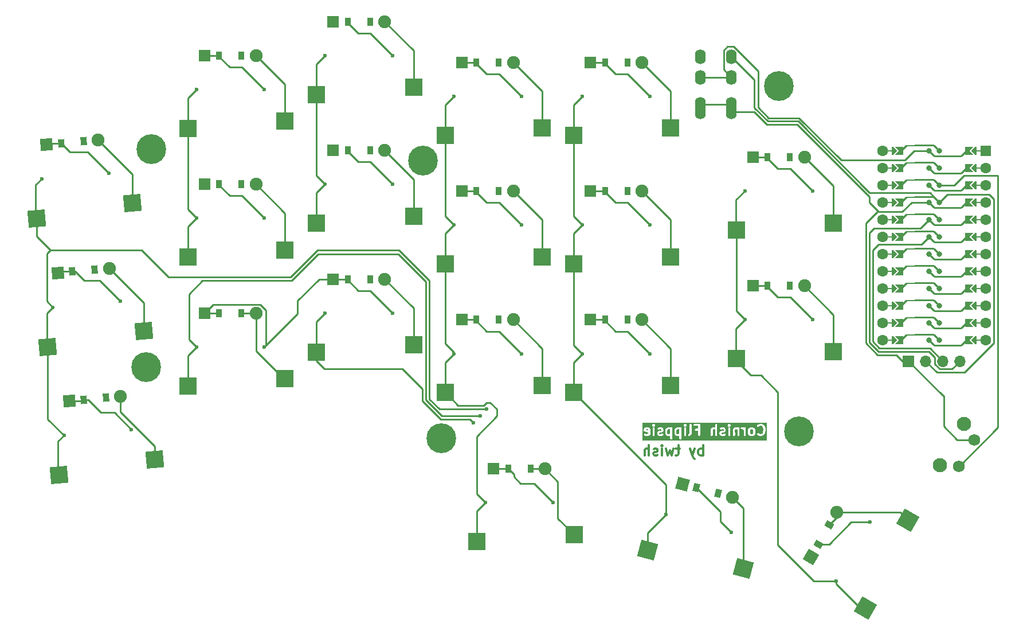
<source format=gbr>
%TF.GenerationSoftware,KiCad,Pcbnew,8.0.0*%
%TF.CreationDate,2024-03-12T02:30:12+01:00*%
%TF.ProjectId,cornish-v1,636f726e-6973-4682-9d76-312e6b696361,v1.0.0*%
%TF.SameCoordinates,Original*%
%TF.FileFunction,Copper,L2,Bot*%
%TF.FilePolarity,Positive*%
%FSLAX46Y46*%
G04 Gerber Fmt 4.6, Leading zero omitted, Abs format (unit mm)*
G04 Created by KiCad (PCBNEW 8.0.0) date 2024-03-12 02:30:12*
%MOMM*%
%LPD*%
G01*
G04 APERTURE LIST*
G04 Aperture macros list*
%AMRotRect*
0 Rectangle, with rotation*
0 The origin of the aperture is its center*
0 $1 length*
0 $2 width*
0 $3 Rotation angle, in degrees counterclockwise*
0 Add horizontal line*
21,1,$1,$2,0,0,$3*%
%AMFreePoly0*
4,1,5,0.125000,-0.500000,-0.125000,-0.500000,-0.125000,0.500000,0.125000,0.500000,0.125000,-0.500000,0.125000,-0.500000,$1*%
%AMFreePoly1*
4,1,6,0.600000,0.200000,0.000000,-0.400000,-0.600000,0.200000,-0.600000,0.400000,0.600000,0.400000,0.600000,0.200000,0.600000,0.200000,$1*%
%AMFreePoly2*
4,1,6,0.600000,-0.250000,-0.600000,-0.250000,-0.600000,1.000000,0.000000,0.400000,0.600000,1.000000,0.600000,-0.250000,0.600000,-0.250000,$1*%
%AMFreePoly3*
4,1,45,0.008964,0.122598,0.024387,0.122598,0.052641,0.110894,0.062500,0.108253,0.064961,0.105791,0.069447,0.103934,0.103934,0.069447,0.105791,0.064961,0.108253,0.062500,0.110894,0.052643,0.122598,0.024387,0.122598,0.008964,0.125000,0.000000,0.122598,-0.008964,0.122598,-0.024386,0.110896,-0.052633,0.108253,-0.062500,0.105790,-0.064962,0.103934,-0.069446,-0.643355,-0.819983,
-0.641028,-4.773351,0.088389,-5.499612,0.103934,-5.518554,0.122598,-5.563614,0.122598,-5.612387,0.103934,-5.657447,0.069447,-5.691934,0.024387,-5.710598,-0.024386,-5.710598,-0.069446,-5.691934,-0.854388,-4.910388,-0.869934,-4.891446,-0.888598,-4.846386,-0.891000,-0.766000,-0.888598,-0.741614,-0.869934,-0.696554,-0.088388,0.088389,-0.069446,0.103934,-0.064962,0.105790,-0.062500,0.108253,
-0.052633,0.110896,-0.024386,0.122598,-0.008964,0.122598,0.000000,0.125000,0.008964,0.122598,0.008964,0.122598,$1*%
G04 Aperture macros list end*
%ADD10C,0.300000*%
%TA.AperFunction,NonConductor*%
%ADD11C,0.300000*%
%TD*%
%TA.AperFunction,ComponentPad*%
%ADD12C,0.600000*%
%TD*%
%TA.AperFunction,ComponentPad*%
%ADD13C,2.100000*%
%TD*%
%TA.AperFunction,ComponentPad*%
%ADD14C,1.750000*%
%TD*%
%TA.AperFunction,ComponentPad*%
%ADD15C,0.700000*%
%TD*%
%TA.AperFunction,ComponentPad*%
%ADD16C,4.400000*%
%TD*%
%TA.AperFunction,ComponentPad*%
%ADD17R,1.778000X1.778000*%
%TD*%
%TA.AperFunction,SMDPad,CuDef*%
%ADD18R,0.900000X1.200000*%
%TD*%
%TA.AperFunction,ComponentPad*%
%ADD19C,1.905000*%
%TD*%
%TA.AperFunction,ComponentPad*%
%ADD20RotRect,1.778000X1.778000X5.000000*%
%TD*%
%TA.AperFunction,SMDPad,CuDef*%
%ADD21RotRect,0.900000X1.200000X5.000000*%
%TD*%
%TA.AperFunction,SMDPad,CuDef*%
%ADD22R,2.550000X2.500000*%
%TD*%
%TA.AperFunction,ComponentPad*%
%ADD23O,1.600000X2.200000*%
%TD*%
%TA.AperFunction,ComponentPad*%
%ADD24RotRect,1.778000X1.778000X60.000000*%
%TD*%
%TA.AperFunction,SMDPad,CuDef*%
%ADD25RotRect,0.900000X1.200000X60.000000*%
%TD*%
%TA.AperFunction,SMDPad,CuDef*%
%ADD26RotRect,2.550000X2.500000X5.000000*%
%TD*%
%TA.AperFunction,ComponentPad*%
%ADD27C,1.600000*%
%TD*%
%TA.AperFunction,ComponentPad*%
%ADD28R,1.600000X1.600000*%
%TD*%
%TA.AperFunction,SMDPad,CuDef*%
%ADD29FreePoly0,270.000000*%
%TD*%
%TA.AperFunction,SMDPad,CuDef*%
%ADD30FreePoly1,270.000000*%
%TD*%
%TA.AperFunction,SMDPad,CuDef*%
%ADD31FreePoly1,90.000000*%
%TD*%
%TA.AperFunction,SMDPad,CuDef*%
%ADD32FreePoly0,90.000000*%
%TD*%
%TA.AperFunction,SMDPad,CuDef*%
%ADD33FreePoly2,90.000000*%
%TD*%
%TA.AperFunction,SMDPad,CuDef*%
%ADD34FreePoly3,270.000000*%
%TD*%
%TA.AperFunction,ComponentPad*%
%ADD35C,0.800000*%
%TD*%
%TA.AperFunction,SMDPad,CuDef*%
%ADD36FreePoly3,90.000000*%
%TD*%
%TA.AperFunction,SMDPad,CuDef*%
%ADD37FreePoly2,270.000000*%
%TD*%
%TA.AperFunction,SMDPad,CuDef*%
%ADD38RotRect,2.550000X2.500000X345.000000*%
%TD*%
%TA.AperFunction,ComponentPad*%
%ADD39RotRect,1.778000X1.778000X345.000000*%
%TD*%
%TA.AperFunction,SMDPad,CuDef*%
%ADD40RotRect,0.900000X1.200000X345.000000*%
%TD*%
%TA.AperFunction,SMDPad,CuDef*%
%ADD41RotRect,2.550000X2.500000X60.000000*%
%TD*%
%TA.AperFunction,ComponentPad*%
%ADD42R,1.700000X1.700000*%
%TD*%
%TA.AperFunction,ComponentPad*%
%ADD43O,1.700000X1.700000*%
%TD*%
%TA.AperFunction,Conductor*%
%ADD44C,0.250000*%
%TD*%
G04 APERTURE END LIST*
D10*
D11*
X233445489Y-159300828D02*
X233445489Y-157800828D01*
X233445489Y-158372257D02*
X233302632Y-158300828D01*
X233302632Y-158300828D02*
X233016917Y-158300828D01*
X233016917Y-158300828D02*
X232874060Y-158372257D01*
X232874060Y-158372257D02*
X232802632Y-158443685D01*
X232802632Y-158443685D02*
X232731203Y-158586542D01*
X232731203Y-158586542D02*
X232731203Y-159015114D01*
X232731203Y-159015114D02*
X232802632Y-159157971D01*
X232802632Y-159157971D02*
X232874060Y-159229400D01*
X232874060Y-159229400D02*
X233016917Y-159300828D01*
X233016917Y-159300828D02*
X233302632Y-159300828D01*
X233302632Y-159300828D02*
X233445489Y-159229400D01*
X232231203Y-158300828D02*
X231874060Y-159300828D01*
X231516917Y-158300828D02*
X231874060Y-159300828D01*
X231874060Y-159300828D02*
X232016917Y-159657971D01*
X232016917Y-159657971D02*
X232088346Y-159729400D01*
X232088346Y-159729400D02*
X232231203Y-159800828D01*
X230016917Y-158300828D02*
X229445489Y-158300828D01*
X229802632Y-157800828D02*
X229802632Y-159086542D01*
X229802632Y-159086542D02*
X229731203Y-159229400D01*
X229731203Y-159229400D02*
X229588346Y-159300828D01*
X229588346Y-159300828D02*
X229445489Y-159300828D01*
X229088346Y-158300828D02*
X228802632Y-159300828D01*
X228802632Y-159300828D02*
X228516917Y-158586542D01*
X228516917Y-158586542D02*
X228231203Y-159300828D01*
X228231203Y-159300828D02*
X227945489Y-158300828D01*
X227374060Y-159300828D02*
X227374060Y-158300828D01*
X227374060Y-157800828D02*
X227445488Y-157872257D01*
X227445488Y-157872257D02*
X227374060Y-157943685D01*
X227374060Y-157943685D02*
X227302631Y-157872257D01*
X227302631Y-157872257D02*
X227374060Y-157800828D01*
X227374060Y-157800828D02*
X227374060Y-157943685D01*
X226731202Y-159229400D02*
X226588345Y-159300828D01*
X226588345Y-159300828D02*
X226302631Y-159300828D01*
X226302631Y-159300828D02*
X226159774Y-159229400D01*
X226159774Y-159229400D02*
X226088345Y-159086542D01*
X226088345Y-159086542D02*
X226088345Y-159015114D01*
X226088345Y-159015114D02*
X226159774Y-158872257D01*
X226159774Y-158872257D02*
X226302631Y-158800828D01*
X226302631Y-158800828D02*
X226516917Y-158800828D01*
X226516917Y-158800828D02*
X226659774Y-158729400D01*
X226659774Y-158729400D02*
X226731202Y-158586542D01*
X226731202Y-158586542D02*
X226731202Y-158515114D01*
X226731202Y-158515114D02*
X226659774Y-158372257D01*
X226659774Y-158372257D02*
X226516917Y-158300828D01*
X226516917Y-158300828D02*
X226302631Y-158300828D01*
X226302631Y-158300828D02*
X226159774Y-158372257D01*
X225445488Y-159300828D02*
X225445488Y-157800828D01*
X224802631Y-159300828D02*
X224802631Y-158515114D01*
X224802631Y-158515114D02*
X224874059Y-158372257D01*
X224874059Y-158372257D02*
X225016916Y-158300828D01*
X225016916Y-158300828D02*
X225231202Y-158300828D01*
X225231202Y-158300828D02*
X225374059Y-158372257D01*
X225374059Y-158372257D02*
X225445488Y-158443685D01*
D10*
G36*
X228581510Y-155463975D02*
G01*
X228582779Y-156137469D01*
X228556489Y-156151119D01*
X228341490Y-156153086D01*
X228251877Y-156109975D01*
X228213215Y-156072987D01*
X228166717Y-155983432D01*
X228164466Y-155625800D01*
X228207768Y-155535789D01*
X228244760Y-155497124D01*
X228334489Y-155450536D01*
X228549486Y-155448569D01*
X228581510Y-155463975D01*
G37*
G36*
X229938653Y-155463975D02*
G01*
X229939922Y-156137469D01*
X229913632Y-156151119D01*
X229698633Y-156153086D01*
X229609020Y-156109975D01*
X229570358Y-156072987D01*
X229523860Y-155983432D01*
X229521609Y-155625800D01*
X229564911Y-155535789D01*
X229601903Y-155497124D01*
X229691632Y-155450536D01*
X229906629Y-155448569D01*
X229938653Y-155463975D01*
G37*
G36*
X225333544Y-155482135D02*
G01*
X225367067Y-155546702D01*
X225367412Y-155618664D01*
X224957876Y-155538375D01*
X224983938Y-155484199D01*
X225048774Y-155450536D01*
X225263771Y-155448569D01*
X225333544Y-155482135D01*
G37*
G36*
X240781955Y-155491680D02*
G01*
X240820621Y-155528671D01*
X240867116Y-155618222D01*
X240869367Y-155975855D01*
X240826064Y-156065867D01*
X240789073Y-156104532D01*
X240699177Y-156151206D01*
X240555405Y-156152908D01*
X240466163Y-156109975D01*
X240427501Y-156072987D01*
X240381003Y-155983432D01*
X240378752Y-155625800D01*
X240422054Y-155535789D01*
X240459046Y-155497124D01*
X240548944Y-155450449D01*
X240692714Y-155448747D01*
X240781955Y-155491680D01*
G37*
G36*
X242833584Y-157114613D02*
G01*
X224485964Y-157114613D01*
X224485964Y-155657814D01*
X224652631Y-155657814D01*
X224655241Y-155671009D01*
X224655513Y-155687235D01*
X224661137Y-155700812D01*
X224663989Y-155715229D01*
X224672227Y-155727586D01*
X224677911Y-155741307D01*
X224688303Y-155751699D01*
X224696454Y-155763925D01*
X224708792Y-155772188D01*
X224719295Y-155782691D01*
X224732871Y-155788314D01*
X224745083Y-155796493D01*
X224773214Y-155805058D01*
X224773362Y-155805087D01*
X224773367Y-155805089D01*
X224773372Y-155805089D01*
X225368867Y-155921834D01*
X225369468Y-156047072D01*
X225335607Y-156117457D01*
X225270774Y-156151119D01*
X225055775Y-156153086D01*
X224913677Y-156084726D01*
X224855297Y-156080578D01*
X224799775Y-156099086D01*
X224755560Y-156137433D01*
X224729385Y-156189782D01*
X224725237Y-156248162D01*
X224743745Y-156303684D01*
X224782092Y-156347899D01*
X224806977Y-156363564D01*
X224931502Y-156423470D01*
X224933580Y-156425548D01*
X224949702Y-156432226D01*
X224977298Y-156445502D01*
X224982673Y-156445883D01*
X224987652Y-156447946D01*
X225016916Y-156450828D01*
X225280176Y-156448419D01*
X225283869Y-156449650D01*
X225304297Y-156448198D01*
X225331895Y-156447946D01*
X225336873Y-156445883D01*
X225342249Y-156445502D01*
X225369713Y-156434992D01*
X225505602Y-156364437D01*
X225519773Y-156359714D01*
X225527339Y-156353151D01*
X225537456Y-156347899D01*
X225549777Y-156333691D01*
X225563988Y-156321367D01*
X225573308Y-156306559D01*
X225575802Y-156303684D01*
X225576571Y-156301374D01*
X225579652Y-156296481D01*
X225639558Y-156171955D01*
X225641636Y-156169878D01*
X225648314Y-156153755D01*
X225661590Y-156126160D01*
X225661971Y-156120784D01*
X225664034Y-156115806D01*
X225666916Y-156086542D01*
X225665578Y-155807679D01*
X225666917Y-155800985D01*
X225665511Y-155793882D01*
X225664285Y-155538233D01*
X225665738Y-155533876D01*
X225664157Y-155511634D01*
X225664034Y-155485850D01*
X225661971Y-155480871D01*
X225661590Y-155475496D01*
X225651080Y-155448033D01*
X225580525Y-155312143D01*
X225576754Y-155300828D01*
X226009774Y-155300828D01*
X226012656Y-156330092D01*
X226035054Y-156384164D01*
X226076438Y-156425548D01*
X226130510Y-156447946D01*
X226189038Y-156447946D01*
X226243110Y-156425548D01*
X226284494Y-156384164D01*
X226306892Y-156330092D01*
X226309774Y-156300828D01*
X226308974Y-156015114D01*
X226652631Y-156015114D01*
X226654112Y-156066869D01*
X226653809Y-156067780D01*
X226654360Y-156075543D01*
X226655513Y-156115806D01*
X226657574Y-156120783D01*
X226657957Y-156126161D01*
X226668467Y-156153624D01*
X226739023Y-156289515D01*
X226743746Y-156303684D01*
X226750307Y-156311249D01*
X226755561Y-156321368D01*
X226769772Y-156333692D01*
X226782093Y-156347899D01*
X226796900Y-156357220D01*
X226799776Y-156359714D01*
X226802084Y-156360483D01*
X226806978Y-156363564D01*
X226931503Y-156423470D01*
X226933581Y-156425548D01*
X226949703Y-156432226D01*
X226977299Y-156445502D01*
X226982674Y-156445883D01*
X226987653Y-156447946D01*
X227016917Y-156450828D01*
X227280176Y-156448419D01*
X227283869Y-156449650D01*
X227304297Y-156448198D01*
X227331895Y-156447946D01*
X227336873Y-156445883D01*
X227342249Y-156445502D01*
X227369713Y-156434992D01*
X227537456Y-156347899D01*
X227575802Y-156303684D01*
X227594310Y-156248162D01*
X227590162Y-156189782D01*
X227563988Y-156137433D01*
X227519773Y-156099086D01*
X227464250Y-156080578D01*
X227405870Y-156084726D01*
X227378407Y-156095236D01*
X227270774Y-156151119D01*
X227055776Y-156153086D01*
X226986002Y-156119520D01*
X226951682Y-156053419D01*
X226951624Y-156051371D01*
X226983939Y-155984200D01*
X227048944Y-155950449D01*
X227209150Y-155948553D01*
X227212441Y-155949650D01*
X227231619Y-155948287D01*
X227260467Y-155947946D01*
X227265445Y-155945883D01*
X227270821Y-155945502D01*
X227298285Y-155934992D01*
X227434174Y-155864437D01*
X227448345Y-155859714D01*
X227455911Y-155853151D01*
X227466028Y-155847899D01*
X227478349Y-155833691D01*
X227492560Y-155821367D01*
X227501880Y-155806559D01*
X227504374Y-155803684D01*
X227505143Y-155801374D01*
X227508224Y-155796481D01*
X227568130Y-155671955D01*
X227570208Y-155669878D01*
X227576886Y-155653755D01*
X227590162Y-155626160D01*
X227590543Y-155620784D01*
X227592606Y-155615806D01*
X227595488Y-155586542D01*
X227866917Y-155586542D01*
X227869470Y-155992225D01*
X227868095Y-155996353D01*
X227869632Y-156017992D01*
X227869799Y-156044378D01*
X227871862Y-156049358D01*
X227872244Y-156054733D01*
X227882753Y-156082196D01*
X227956764Y-156224742D01*
X227963625Y-156241305D01*
X227968359Y-156247074D01*
X227969847Y-156249939D01*
X227972841Y-156252536D01*
X227982279Y-156264036D01*
X228057432Y-156335937D01*
X228067807Y-156347899D01*
X228074030Y-156351816D01*
X228076438Y-156354120D01*
X228080097Y-156355635D01*
X228092692Y-156363564D01*
X228217217Y-156423470D01*
X228219295Y-156425548D01*
X228235417Y-156432226D01*
X228263013Y-156445502D01*
X228268388Y-156445883D01*
X228273367Y-156447946D01*
X228302631Y-156450828D01*
X228565891Y-156448419D01*
X228569584Y-156449650D01*
X228583366Y-156448670D01*
X228584085Y-156830092D01*
X228606483Y-156884164D01*
X228647867Y-156925548D01*
X228701939Y-156947946D01*
X228760467Y-156947946D01*
X228814539Y-156925548D01*
X228855923Y-156884164D01*
X228878321Y-156830092D01*
X228881203Y-156800828D01*
X228878914Y-155586542D01*
X229224060Y-155586542D01*
X229226613Y-155992225D01*
X229225238Y-155996353D01*
X229226775Y-156017992D01*
X229226942Y-156044378D01*
X229229005Y-156049358D01*
X229229387Y-156054733D01*
X229239896Y-156082196D01*
X229313907Y-156224742D01*
X229320768Y-156241305D01*
X229325502Y-156247074D01*
X229326990Y-156249939D01*
X229329984Y-156252536D01*
X229339422Y-156264036D01*
X229414575Y-156335937D01*
X229424950Y-156347899D01*
X229431173Y-156351816D01*
X229433581Y-156354120D01*
X229437240Y-156355635D01*
X229449835Y-156363564D01*
X229574360Y-156423470D01*
X229576438Y-156425548D01*
X229592560Y-156432226D01*
X229620156Y-156445502D01*
X229625531Y-156445883D01*
X229630510Y-156447946D01*
X229659774Y-156450828D01*
X229923034Y-156448419D01*
X229926727Y-156449650D01*
X229940509Y-156448670D01*
X229941228Y-156830092D01*
X229963626Y-156884164D01*
X230005010Y-156925548D01*
X230059082Y-156947946D01*
X230117610Y-156947946D01*
X230171682Y-156925548D01*
X230213066Y-156884164D01*
X230235464Y-156830092D01*
X230238346Y-156800828D01*
X230235658Y-155374736D01*
X230237168Y-155353496D01*
X230235609Y-155348820D01*
X230235519Y-155300828D01*
X230652632Y-155300828D01*
X230655514Y-156330092D01*
X230677912Y-156384164D01*
X230719296Y-156425548D01*
X230773368Y-156447946D01*
X230831896Y-156447946D01*
X230885968Y-156425548D01*
X230927352Y-156384164D01*
X230949750Y-156330092D01*
X230952632Y-156300828D01*
X230952579Y-156282066D01*
X231225238Y-156282066D01*
X231229386Y-156340446D01*
X231255561Y-156392795D01*
X231299776Y-156431142D01*
X231355298Y-156449650D01*
X231413678Y-156445502D01*
X231441142Y-156434992D01*
X231577032Y-156364437D01*
X231591201Y-156359714D01*
X231598766Y-156353152D01*
X231608885Y-156347899D01*
X231621207Y-156333690D01*
X231635416Y-156321368D01*
X231644738Y-156306558D01*
X231647231Y-156303684D01*
X231648000Y-156301376D01*
X231651081Y-156296482D01*
X231710989Y-156171954D01*
X231713066Y-156169878D01*
X231719742Y-156153760D01*
X231733020Y-156126161D01*
X231733402Y-156120783D01*
X231735464Y-156115806D01*
X231738346Y-156086542D01*
X231735592Y-154830092D01*
X232012656Y-154830092D01*
X232035054Y-154884164D01*
X232076438Y-154925548D01*
X232130510Y-154947946D01*
X232159774Y-154950828D01*
X232724338Y-154948639D01*
X232725124Y-155365924D01*
X232344796Y-155367996D01*
X232290724Y-155390394D01*
X232249340Y-155431778D01*
X232226942Y-155485850D01*
X232226942Y-155544378D01*
X232249340Y-155598450D01*
X232290724Y-155639834D01*
X232344796Y-155662232D01*
X232374060Y-155665114D01*
X232725685Y-155663199D01*
X232726942Y-156330092D01*
X232749340Y-156384164D01*
X232790724Y-156425548D01*
X232844796Y-156447946D01*
X232903324Y-156447946D01*
X232957396Y-156425548D01*
X232998780Y-156384164D01*
X233021178Y-156330092D01*
X233024060Y-156300828D01*
X233022579Y-155515114D01*
X234581203Y-155515114D01*
X234584085Y-156330092D01*
X234606483Y-156384164D01*
X234647867Y-156425548D01*
X234701939Y-156447946D01*
X234760467Y-156447946D01*
X234814539Y-156425548D01*
X234855923Y-156384164D01*
X234878321Y-156330092D01*
X234881203Y-156300828D01*
X234878564Y-155554762D01*
X234912510Y-155484199D01*
X234977515Y-155450449D01*
X235121285Y-155448747D01*
X235210526Y-155491680D01*
X235225388Y-155505898D01*
X235226942Y-156330092D01*
X235249340Y-156384164D01*
X235290724Y-156425548D01*
X235344796Y-156447946D01*
X235403324Y-156447946D01*
X235457396Y-156425548D01*
X235498780Y-156384164D01*
X235521178Y-156330092D01*
X235524060Y-156300828D01*
X235523522Y-156015114D01*
X235866917Y-156015114D01*
X235868398Y-156066869D01*
X235868095Y-156067780D01*
X235868646Y-156075543D01*
X235869799Y-156115806D01*
X235871860Y-156120783D01*
X235872243Y-156126161D01*
X235882753Y-156153624D01*
X235953309Y-156289515D01*
X235958032Y-156303684D01*
X235964593Y-156311249D01*
X235969847Y-156321368D01*
X235984058Y-156333692D01*
X235996379Y-156347899D01*
X236011186Y-156357220D01*
X236014062Y-156359714D01*
X236016370Y-156360483D01*
X236021264Y-156363564D01*
X236145789Y-156423470D01*
X236147867Y-156425548D01*
X236163989Y-156432226D01*
X236191585Y-156445502D01*
X236196960Y-156445883D01*
X236201939Y-156447946D01*
X236231203Y-156450828D01*
X236494462Y-156448419D01*
X236498155Y-156449650D01*
X236518583Y-156448198D01*
X236546181Y-156447946D01*
X236551159Y-156445883D01*
X236556535Y-156445502D01*
X236583999Y-156434992D01*
X236751742Y-156347899D01*
X236790088Y-156303684D01*
X236808596Y-156248162D01*
X236804448Y-156189782D01*
X236778274Y-156137433D01*
X236734059Y-156099086D01*
X236678536Y-156080578D01*
X236620156Y-156084726D01*
X236592693Y-156095236D01*
X236485060Y-156151119D01*
X236270062Y-156153086D01*
X236200288Y-156119520D01*
X236165968Y-156053419D01*
X236165910Y-156051371D01*
X236198225Y-155984200D01*
X236263230Y-155950449D01*
X236423436Y-155948553D01*
X236426727Y-155949650D01*
X236445905Y-155948287D01*
X236474753Y-155947946D01*
X236479731Y-155945883D01*
X236485107Y-155945502D01*
X236512571Y-155934992D01*
X236648460Y-155864437D01*
X236662631Y-155859714D01*
X236670197Y-155853151D01*
X236680314Y-155847899D01*
X236692635Y-155833691D01*
X236706846Y-155821367D01*
X236716166Y-155806559D01*
X236718660Y-155803684D01*
X236719429Y-155801374D01*
X236722510Y-155796481D01*
X236782416Y-155671955D01*
X236784494Y-155669878D01*
X236791172Y-155653755D01*
X236804448Y-155626160D01*
X236804829Y-155620784D01*
X236806892Y-155615806D01*
X236809774Y-155586542D01*
X236808292Y-155534786D01*
X236808596Y-155533876D01*
X236808044Y-155526112D01*
X236806892Y-155485850D01*
X236804829Y-155480871D01*
X236804448Y-155475496D01*
X236793938Y-155448033D01*
X236723383Y-155312143D01*
X236719612Y-155300828D01*
X237152632Y-155300828D01*
X237155514Y-156330092D01*
X237177912Y-156384164D01*
X237219296Y-156425548D01*
X237273368Y-156447946D01*
X237331896Y-156447946D01*
X237385968Y-156425548D01*
X237427352Y-156384164D01*
X237449750Y-156330092D01*
X237452632Y-156300828D01*
X237450432Y-155515114D01*
X237866918Y-155515114D01*
X237869800Y-156330092D01*
X237892198Y-156384164D01*
X237933582Y-156425548D01*
X237987654Y-156447946D01*
X238046182Y-156447946D01*
X238100254Y-156425548D01*
X238141638Y-156384164D01*
X238164036Y-156330092D01*
X238166918Y-156300828D01*
X238164279Y-155554762D01*
X238198225Y-155484199D01*
X238263230Y-155450449D01*
X238407000Y-155448747D01*
X238496241Y-155491680D01*
X238510347Y-155505174D01*
X238512657Y-156330092D01*
X238535055Y-156384164D01*
X238576439Y-156425548D01*
X238630511Y-156447946D01*
X238689039Y-156447946D01*
X238743111Y-156425548D01*
X238784495Y-156384164D01*
X238806893Y-156330092D01*
X238809775Y-156300828D01*
X238807057Y-155330092D01*
X239012656Y-155330092D01*
X239035054Y-155384164D01*
X239076438Y-155425548D01*
X239130510Y-155447946D01*
X239159774Y-155450828D01*
X239264810Y-155449069D01*
X239353385Y-155491681D01*
X239392049Y-155528671D01*
X239439238Y-155619557D01*
X239441228Y-156330092D01*
X239463626Y-156384164D01*
X239505010Y-156425548D01*
X239559082Y-156447946D01*
X239617610Y-156447946D01*
X239671682Y-156425548D01*
X239713066Y-156384164D01*
X239735464Y-156330092D01*
X239738346Y-156300828D01*
X239736404Y-155607592D01*
X239737168Y-155605303D01*
X239736366Y-155594031D01*
X239736345Y-155586542D01*
X240081203Y-155586542D01*
X240083756Y-155992225D01*
X240082381Y-155996353D01*
X240083918Y-156017992D01*
X240084085Y-156044378D01*
X240086148Y-156049358D01*
X240086530Y-156054733D01*
X240097039Y-156082196D01*
X240171050Y-156224742D01*
X240177911Y-156241305D01*
X240182645Y-156247074D01*
X240184133Y-156249939D01*
X240187127Y-156252536D01*
X240196565Y-156264036D01*
X240271718Y-156335937D01*
X240282093Y-156347899D01*
X240288316Y-156351816D01*
X240290724Y-156354120D01*
X240294383Y-156355635D01*
X240306978Y-156363564D01*
X240431503Y-156423470D01*
X240433581Y-156425548D01*
X240449703Y-156432226D01*
X240477299Y-156445502D01*
X240482674Y-156445883D01*
X240487653Y-156447946D01*
X240516917Y-156450828D01*
X240709150Y-156448553D01*
X240712441Y-156449650D01*
X240731619Y-156448287D01*
X240760467Y-156447946D01*
X240765445Y-156445883D01*
X240770821Y-156445502D01*
X240798285Y-156434992D01*
X240940826Y-156360983D01*
X240957395Y-156354121D01*
X240963165Y-156349385D01*
X240966028Y-156347899D01*
X240968624Y-156344905D01*
X240980126Y-156335466D01*
X241052027Y-156260310D01*
X241063988Y-156249938D01*
X241067905Y-156243714D01*
X241070210Y-156241306D01*
X241071726Y-156237644D01*
X241079653Y-156225053D01*
X241097847Y-156187233D01*
X241441228Y-156187233D01*
X241463625Y-156241305D01*
X241482279Y-156264036D01*
X241540423Y-156319664D01*
X241541275Y-156321367D01*
X241551210Y-156329984D01*
X241576438Y-156354120D01*
X241581414Y-156356181D01*
X241585489Y-156359715D01*
X241612340Y-156371703D01*
X241826969Y-156440561D01*
X241844796Y-156447946D01*
X241852284Y-156448683D01*
X241855300Y-156449651D01*
X241859254Y-156449369D01*
X241874060Y-156450828D01*
X242018267Y-156448413D01*
X242035677Y-156449651D01*
X242042936Y-156448000D01*
X242046181Y-156447946D01*
X242049838Y-156446430D01*
X242064351Y-156443131D01*
X242256914Y-156376518D01*
X242260466Y-156376518D01*
X242278462Y-156369063D01*
X242305488Y-156359715D01*
X242309559Y-156356183D01*
X242314539Y-156354121D01*
X242337269Y-156335466D01*
X242478289Y-156190885D01*
X242492559Y-156178510D01*
X242496559Y-156172154D01*
X242498781Y-156169877D01*
X242500296Y-156166217D01*
X242508224Y-156153624D01*
X242573366Y-156018216D01*
X242581117Y-156007756D01*
X242588960Y-155985801D01*
X242590162Y-155983304D01*
X242590238Y-155982223D01*
X242591010Y-155980065D01*
X242657878Y-155702096D01*
X242664035Y-155687235D01*
X242665823Y-155669069D01*
X242666740Y-155665262D01*
X242666414Y-155663074D01*
X242666917Y-155657971D01*
X242664475Y-155451613D01*
X242666740Y-155436394D01*
X242664082Y-155418423D01*
X242664035Y-155414421D01*
X242663187Y-155412376D01*
X242662438Y-155407305D01*
X242591180Y-155132684D01*
X242590162Y-155118352D01*
X242581773Y-155096428D01*
X242581117Y-155093900D01*
X242580472Y-155093030D01*
X242579653Y-155090888D01*
X242505644Y-154948348D01*
X242498781Y-154931778D01*
X242494044Y-154926006D01*
X242492559Y-154923146D01*
X242489566Y-154920550D01*
X242480126Y-154909048D01*
X242351209Y-154783304D01*
X242349702Y-154780290D01*
X242335412Y-154767896D01*
X242314538Y-154747536D01*
X242309558Y-154745473D01*
X242305488Y-154741943D01*
X242278637Y-154729954D01*
X242064015Y-154661097D01*
X242046181Y-154653710D01*
X242038689Y-154652972D01*
X242035678Y-154652006D01*
X242031728Y-154652286D01*
X242016917Y-154650828D01*
X241872701Y-154653242D01*
X241855299Y-154652006D01*
X241848044Y-154653655D01*
X241844796Y-154653710D01*
X241841134Y-154655226D01*
X241826625Y-154658526D01*
X241634062Y-154725140D01*
X241630511Y-154725140D01*
X241612511Y-154732594D01*
X241585489Y-154741943D01*
X241581418Y-154745472D01*
X241576438Y-154747536D01*
X241553708Y-154766191D01*
X241463625Y-154860350D01*
X241441228Y-154914422D01*
X241441228Y-154972948D01*
X241463625Y-155027020D01*
X241505011Y-155068406D01*
X241559083Y-155090803D01*
X241617609Y-155090803D01*
X241671681Y-155068406D01*
X241694412Y-155049751D01*
X241738406Y-155003766D01*
X241892321Y-154950522D01*
X241987553Y-154948927D01*
X242147664Y-155000296D01*
X242248376Y-155098529D01*
X242301806Y-155201434D01*
X242367024Y-155452782D01*
X242369133Y-155630995D01*
X242308773Y-155881906D01*
X242254890Y-155993910D01*
X242153930Y-156097419D01*
X241998652Y-156151133D01*
X241903425Y-156152728D01*
X241742649Y-156101146D01*
X241671682Y-156033251D01*
X241617610Y-156010853D01*
X241559084Y-156010853D01*
X241505012Y-156033250D01*
X241463626Y-156074635D01*
X241441228Y-156128707D01*
X241441228Y-156187233D01*
X241097847Y-156187233D01*
X241139559Y-156100527D01*
X241141637Y-156098450D01*
X241148315Y-156082327D01*
X241161591Y-156054732D01*
X241161972Y-156049356D01*
X241164035Y-156044378D01*
X241166917Y-156015114D01*
X241164363Y-155609431D01*
X241165739Y-155605304D01*
X241164201Y-155583658D01*
X241164035Y-155557278D01*
X241161972Y-155552299D01*
X241161591Y-155546924D01*
X241151081Y-155519461D01*
X241077072Y-155376918D01*
X241070209Y-155360349D01*
X241065473Y-155354578D01*
X241063988Y-155351718D01*
X241060996Y-155349123D01*
X241051554Y-155337618D01*
X240976407Y-155265725D01*
X240966028Y-155253758D01*
X240959799Y-155249837D01*
X240957394Y-155247536D01*
X240953737Y-155246021D01*
X240941142Y-155238093D01*
X240816617Y-155178186D01*
X240814539Y-155176108D01*
X240798407Y-155169426D01*
X240770822Y-155156155D01*
X240765447Y-155155773D01*
X240760467Y-155153710D01*
X240731203Y-155150828D01*
X240538968Y-155153102D01*
X240535678Y-155152006D01*
X240516505Y-155153368D01*
X240487653Y-155153710D01*
X240482672Y-155155773D01*
X240477298Y-155156155D01*
X240449834Y-155166664D01*
X240307291Y-155240674D01*
X240290724Y-155247536D01*
X240284952Y-155252272D01*
X240282092Y-155253758D01*
X240279496Y-155256750D01*
X240267994Y-155266191D01*
X240196097Y-155341340D01*
X240184133Y-155351717D01*
X240180214Y-155357942D01*
X240177911Y-155360350D01*
X240176395Y-155364009D01*
X240168468Y-155376603D01*
X240108561Y-155501127D01*
X240106483Y-155503206D01*
X240099801Y-155519337D01*
X240086530Y-155546923D01*
X240086148Y-155552297D01*
X240084085Y-155557278D01*
X240081203Y-155586542D01*
X239736345Y-155586542D01*
X239735464Y-155271564D01*
X239713066Y-155217492D01*
X239671682Y-155176108D01*
X239617610Y-155153710D01*
X239559082Y-155153710D01*
X239505010Y-155176108D01*
X239465614Y-155215503D01*
X239388043Y-155178184D01*
X239385967Y-155176108D01*
X239369849Y-155169431D01*
X239342250Y-155156154D01*
X239336872Y-155155771D01*
X239331895Y-155153710D01*
X239302631Y-155150828D01*
X239130510Y-155153710D01*
X239076438Y-155176108D01*
X239035054Y-155217492D01*
X239012656Y-155271564D01*
X239012656Y-155330092D01*
X238807057Y-155330092D01*
X238806893Y-155271564D01*
X238784495Y-155217492D01*
X238743111Y-155176108D01*
X238689039Y-155153710D01*
X238630511Y-155153710D01*
X238576439Y-155176108D01*
X238560244Y-155192302D01*
X238530903Y-155178186D01*
X238528825Y-155176108D01*
X238512693Y-155169426D01*
X238485108Y-155156155D01*
X238479733Y-155155773D01*
X238474753Y-155153710D01*
X238445489Y-155150828D01*
X238253254Y-155153102D01*
X238249964Y-155152006D01*
X238230791Y-155153368D01*
X238201939Y-155153710D01*
X238196958Y-155155773D01*
X238191584Y-155156155D01*
X238164120Y-155166664D01*
X238028229Y-155237220D01*
X238014062Y-155241943D01*
X238006496Y-155248504D01*
X237996378Y-155253758D01*
X237984054Y-155267967D01*
X237969847Y-155280289D01*
X237960527Y-155295094D01*
X237958031Y-155297973D01*
X237957260Y-155300284D01*
X237954182Y-155305175D01*
X237894275Y-155429700D01*
X237892198Y-155431778D01*
X237885519Y-155447900D01*
X237872244Y-155475496D01*
X237871862Y-155480871D01*
X237869800Y-155485850D01*
X237866918Y-155515114D01*
X237450432Y-155515114D01*
X237449750Y-155271564D01*
X237427352Y-155217492D01*
X237385968Y-155176108D01*
X237331896Y-155153710D01*
X237273368Y-155153710D01*
X237219296Y-155176108D01*
X237177912Y-155217492D01*
X237155514Y-155271564D01*
X237152632Y-155300828D01*
X236719612Y-155300828D01*
X236718660Y-155297973D01*
X236712097Y-155290405D01*
X236706845Y-155280290D01*
X236692638Y-155267969D01*
X236680314Y-155253758D01*
X236665503Y-155244435D01*
X236662630Y-155241943D01*
X236660322Y-155241173D01*
X236655428Y-155238093D01*
X236530903Y-155178186D01*
X236528825Y-155176108D01*
X236512693Y-155169426D01*
X236485108Y-155156155D01*
X236479733Y-155155773D01*
X236474753Y-155153710D01*
X236445489Y-155150828D01*
X236253254Y-155153102D01*
X236249964Y-155152006D01*
X236230791Y-155153368D01*
X236201939Y-155153710D01*
X236196958Y-155155773D01*
X236191584Y-155156155D01*
X236164120Y-155166664D01*
X235996378Y-155253758D01*
X235958031Y-155297973D01*
X235939524Y-155353496D01*
X235943673Y-155411876D01*
X235969847Y-155464225D01*
X236014062Y-155502572D01*
X236069585Y-155521079D01*
X236127965Y-155516930D01*
X236155428Y-155506421D01*
X236263230Y-155450449D01*
X236407000Y-155448747D01*
X236476402Y-155482135D01*
X236510722Y-155548236D01*
X236510780Y-155550285D01*
X236478465Y-155617457D01*
X236413463Y-155651206D01*
X236253254Y-155653102D01*
X236249964Y-155652006D01*
X236230791Y-155653368D01*
X236201939Y-155653710D01*
X236196958Y-155655773D01*
X236191584Y-155656155D01*
X236164120Y-155666664D01*
X236028228Y-155737220D01*
X236014062Y-155741943D01*
X236006496Y-155748504D01*
X235996378Y-155753758D01*
X235984054Y-155767967D01*
X235969847Y-155780289D01*
X235960527Y-155795094D01*
X235958031Y-155797973D01*
X235957260Y-155800284D01*
X235954182Y-155805175D01*
X235894275Y-155929699D01*
X235892197Y-155931778D01*
X235885515Y-155947909D01*
X235872244Y-155975495D01*
X235871862Y-155980869D01*
X235869799Y-155985850D01*
X235866917Y-156015114D01*
X235523522Y-156015114D01*
X235521423Y-154901521D01*
X237084085Y-154901521D01*
X237087203Y-154909048D01*
X237106482Y-154955592D01*
X237106483Y-154955593D01*
X237125138Y-154978324D01*
X237219296Y-155068405D01*
X237219297Y-155068406D01*
X237250971Y-155081525D01*
X237273368Y-155090803D01*
X237273369Y-155090803D01*
X237273370Y-155090803D01*
X237331895Y-155090803D01*
X237331896Y-155090803D01*
X237354293Y-155081525D01*
X237385967Y-155068406D01*
X237408698Y-155049751D01*
X237498781Y-154955593D01*
X237521177Y-154901520D01*
X237521177Y-154884162D01*
X237521178Y-154842995D01*
X237498781Y-154788922D01*
X237480127Y-154766192D01*
X237385968Y-154676108D01*
X237385967Y-154676107D01*
X237354293Y-154662987D01*
X237331896Y-154653710D01*
X237273368Y-154653710D01*
X237250971Y-154662987D01*
X237219297Y-154676107D01*
X237196566Y-154694762D01*
X237106482Y-154788922D01*
X237089430Y-154830092D01*
X237084085Y-154842995D01*
X237084085Y-154901521D01*
X235521423Y-154901521D01*
X235521178Y-154771564D01*
X235498780Y-154717492D01*
X235457396Y-154676108D01*
X235403324Y-154653710D01*
X235344796Y-154653710D01*
X235290724Y-154676108D01*
X235249340Y-154717492D01*
X235226942Y-154771564D01*
X235224060Y-154800828D01*
X235224752Y-155168355D01*
X235199393Y-155156155D01*
X235194018Y-155155773D01*
X235189038Y-155153710D01*
X235159774Y-155150828D01*
X234967539Y-155153102D01*
X234964249Y-155152006D01*
X234945076Y-155153368D01*
X234916224Y-155153710D01*
X234911243Y-155155773D01*
X234905869Y-155156155D01*
X234878405Y-155166664D01*
X234742514Y-155237220D01*
X234728347Y-155241943D01*
X234720781Y-155248504D01*
X234710663Y-155253758D01*
X234698339Y-155267967D01*
X234684132Y-155280289D01*
X234674812Y-155295094D01*
X234672316Y-155297973D01*
X234671545Y-155300284D01*
X234668467Y-155305175D01*
X234608560Y-155429700D01*
X234606483Y-155431778D01*
X234599804Y-155447900D01*
X234586529Y-155475496D01*
X234586147Y-155480871D01*
X234584085Y-155485850D01*
X234581203Y-155515114D01*
X233022579Y-155515114D01*
X233021178Y-154771564D01*
X232998780Y-154717492D01*
X232957396Y-154676108D01*
X232903324Y-154653710D01*
X232874060Y-154650828D01*
X232130510Y-154653710D01*
X232076438Y-154676108D01*
X232035054Y-154717492D01*
X232012656Y-154771564D01*
X232012656Y-154830092D01*
X231735592Y-154830092D01*
X231735464Y-154771564D01*
X231713066Y-154717492D01*
X231671682Y-154676108D01*
X231617610Y-154653710D01*
X231559082Y-154653710D01*
X231505010Y-154676108D01*
X231463626Y-154717492D01*
X231441228Y-154771564D01*
X231438346Y-154800828D01*
X231441076Y-156046701D01*
X231407036Y-156117457D01*
X231282093Y-156182329D01*
X231243746Y-156226544D01*
X231225238Y-156282066D01*
X230952579Y-156282066D01*
X230949750Y-155271564D01*
X230927352Y-155217492D01*
X230885968Y-155176108D01*
X230831896Y-155153710D01*
X230773368Y-155153710D01*
X230719296Y-155176108D01*
X230677912Y-155217492D01*
X230655514Y-155271564D01*
X230652632Y-155300828D01*
X230235519Y-155300828D01*
X230235464Y-155271564D01*
X230213066Y-155217492D01*
X230171682Y-155176108D01*
X230117610Y-155153710D01*
X230059082Y-155153710D01*
X230016917Y-155171175D01*
X230012693Y-155169426D01*
X229985108Y-155156155D01*
X229979733Y-155155773D01*
X229974753Y-155153710D01*
X229945489Y-155150828D01*
X229682227Y-155153236D01*
X229678535Y-155152006D01*
X229658111Y-155153457D01*
X229630510Y-155153710D01*
X229625529Y-155155773D01*
X229620155Y-155156155D01*
X229592691Y-155166664D01*
X229450148Y-155240674D01*
X229433581Y-155247536D01*
X229427809Y-155252272D01*
X229424949Y-155253758D01*
X229422353Y-155256750D01*
X229410851Y-155266191D01*
X229338954Y-155341340D01*
X229326990Y-155351717D01*
X229323071Y-155357942D01*
X229320768Y-155360350D01*
X229319252Y-155364009D01*
X229311325Y-155376603D01*
X229251418Y-155501127D01*
X229249340Y-155503206D01*
X229242658Y-155519337D01*
X229229387Y-155546923D01*
X229229005Y-155552297D01*
X229226942Y-155557278D01*
X229224060Y-155586542D01*
X228878914Y-155586542D01*
X228878515Y-155374736D01*
X228880025Y-155353496D01*
X228878466Y-155348820D01*
X228878321Y-155271564D01*
X228855923Y-155217492D01*
X228814539Y-155176108D01*
X228760467Y-155153710D01*
X228701939Y-155153710D01*
X228659774Y-155171175D01*
X228655550Y-155169426D01*
X228627965Y-155156155D01*
X228622590Y-155155773D01*
X228617610Y-155153710D01*
X228588346Y-155150828D01*
X228325084Y-155153236D01*
X228321392Y-155152006D01*
X228300968Y-155153457D01*
X228273367Y-155153710D01*
X228268386Y-155155773D01*
X228263012Y-155156155D01*
X228235548Y-155166664D01*
X228093005Y-155240674D01*
X228076438Y-155247536D01*
X228070666Y-155252272D01*
X228067806Y-155253758D01*
X228065210Y-155256750D01*
X228053708Y-155266191D01*
X227981811Y-155341340D01*
X227969847Y-155351717D01*
X227965928Y-155357942D01*
X227963625Y-155360350D01*
X227962109Y-155364009D01*
X227954182Y-155376603D01*
X227894275Y-155501127D01*
X227892197Y-155503206D01*
X227885515Y-155519337D01*
X227872244Y-155546923D01*
X227871862Y-155552297D01*
X227869799Y-155557278D01*
X227866917Y-155586542D01*
X227595488Y-155586542D01*
X227594006Y-155534786D01*
X227594310Y-155533876D01*
X227593758Y-155526112D01*
X227592606Y-155485850D01*
X227590543Y-155480871D01*
X227590162Y-155475496D01*
X227579652Y-155448033D01*
X227509097Y-155312143D01*
X227504374Y-155297973D01*
X227497811Y-155290405D01*
X227492559Y-155280290D01*
X227478352Y-155267969D01*
X227466028Y-155253758D01*
X227451217Y-155244435D01*
X227448344Y-155241943D01*
X227446036Y-155241173D01*
X227441142Y-155238093D01*
X227316617Y-155178186D01*
X227314539Y-155176108D01*
X227298407Y-155169426D01*
X227270822Y-155156155D01*
X227265447Y-155155773D01*
X227260467Y-155153710D01*
X227231203Y-155150828D01*
X227038968Y-155153102D01*
X227035678Y-155152006D01*
X227016505Y-155153368D01*
X226987653Y-155153710D01*
X226982672Y-155155773D01*
X226977298Y-155156155D01*
X226949834Y-155166664D01*
X226782092Y-155253758D01*
X226743745Y-155297973D01*
X226725238Y-155353496D01*
X226729387Y-155411876D01*
X226755561Y-155464225D01*
X226799776Y-155502572D01*
X226855299Y-155521079D01*
X226913679Y-155516930D01*
X226941142Y-155506421D01*
X227048944Y-155450449D01*
X227192714Y-155448747D01*
X227262116Y-155482135D01*
X227296436Y-155548236D01*
X227296494Y-155550285D01*
X227264179Y-155617457D01*
X227199177Y-155651206D01*
X227038968Y-155653102D01*
X227035678Y-155652006D01*
X227016505Y-155653368D01*
X226987653Y-155653710D01*
X226982672Y-155655773D01*
X226977298Y-155656155D01*
X226949834Y-155666664D01*
X226813942Y-155737220D01*
X226799776Y-155741943D01*
X226792210Y-155748504D01*
X226782092Y-155753758D01*
X226769768Y-155767967D01*
X226755561Y-155780289D01*
X226746241Y-155795094D01*
X226743745Y-155797973D01*
X226742974Y-155800284D01*
X226739896Y-155805175D01*
X226679989Y-155929699D01*
X226677911Y-155931778D01*
X226671229Y-155947909D01*
X226657958Y-155975495D01*
X226657576Y-155980869D01*
X226655513Y-155985850D01*
X226652631Y-156015114D01*
X226308974Y-156015114D01*
X226306892Y-155271564D01*
X226284494Y-155217492D01*
X226243110Y-155176108D01*
X226189038Y-155153710D01*
X226130510Y-155153710D01*
X226076438Y-155176108D01*
X226035054Y-155217492D01*
X226012656Y-155271564D01*
X226009774Y-155300828D01*
X225576754Y-155300828D01*
X225575802Y-155297973D01*
X225569239Y-155290405D01*
X225563987Y-155280290D01*
X225549780Y-155267969D01*
X225537456Y-155253758D01*
X225522645Y-155244435D01*
X225519772Y-155241943D01*
X225517464Y-155241173D01*
X225512570Y-155238093D01*
X225388045Y-155178186D01*
X225385967Y-155176108D01*
X225369835Y-155169426D01*
X225342250Y-155156155D01*
X225336875Y-155155773D01*
X225331895Y-155153710D01*
X225302631Y-155150828D01*
X225039369Y-155153236D01*
X225035677Y-155152006D01*
X225015253Y-155153457D01*
X224987652Y-155153710D01*
X224982671Y-155155773D01*
X224977297Y-155156155D01*
X224949833Y-155166664D01*
X224813942Y-155237220D01*
X224799775Y-155241943D01*
X224792209Y-155248504D01*
X224782091Y-155253758D01*
X224769767Y-155267967D01*
X224755560Y-155280289D01*
X224746240Y-155295094D01*
X224743744Y-155297973D01*
X224742973Y-155300284D01*
X224739895Y-155305175D01*
X224679988Y-155429700D01*
X224677911Y-155431778D01*
X224671232Y-155447900D01*
X224657957Y-155475496D01*
X224657575Y-155480871D01*
X224655513Y-155485850D01*
X224652631Y-155515114D01*
X224654835Y-155646789D01*
X224652631Y-155657814D01*
X224485964Y-155657814D01*
X224485964Y-154901521D01*
X225941227Y-154901521D01*
X225944345Y-154909048D01*
X225963624Y-154955592D01*
X225963625Y-154955593D01*
X225982280Y-154978324D01*
X226076438Y-155068405D01*
X226076439Y-155068406D01*
X226108113Y-155081525D01*
X226130510Y-155090803D01*
X226130511Y-155090803D01*
X226130512Y-155090803D01*
X226189037Y-155090803D01*
X226189038Y-155090803D01*
X226211435Y-155081525D01*
X226243109Y-155068406D01*
X226265840Y-155049751D01*
X226355923Y-154955593D01*
X226378319Y-154901521D01*
X230584085Y-154901521D01*
X230587203Y-154909048D01*
X230606482Y-154955592D01*
X230606483Y-154955593D01*
X230625138Y-154978324D01*
X230719296Y-155068405D01*
X230719297Y-155068406D01*
X230750971Y-155081525D01*
X230773368Y-155090803D01*
X230773369Y-155090803D01*
X230773370Y-155090803D01*
X230831895Y-155090803D01*
X230831896Y-155090803D01*
X230854293Y-155081525D01*
X230885967Y-155068406D01*
X230908698Y-155049751D01*
X230998781Y-154955593D01*
X231021177Y-154901520D01*
X231021177Y-154884162D01*
X231021178Y-154842995D01*
X230998781Y-154788922D01*
X230980127Y-154766192D01*
X230885968Y-154676108D01*
X230885967Y-154676107D01*
X230854293Y-154662987D01*
X230831896Y-154653710D01*
X230773368Y-154653710D01*
X230750971Y-154662987D01*
X230719297Y-154676107D01*
X230696566Y-154694762D01*
X230606482Y-154788922D01*
X230589430Y-154830092D01*
X230584085Y-154842995D01*
X230584085Y-154901521D01*
X226378319Y-154901521D01*
X226378319Y-154901520D01*
X226378319Y-154884162D01*
X226378320Y-154842995D01*
X226355923Y-154788922D01*
X226337269Y-154766192D01*
X226243110Y-154676108D01*
X226243109Y-154676107D01*
X226211435Y-154662987D01*
X226189038Y-154653710D01*
X226130510Y-154653710D01*
X226108113Y-154662987D01*
X226076439Y-154676107D01*
X226053708Y-154694762D01*
X225963624Y-154788922D01*
X225946572Y-154830092D01*
X225941227Y-154842995D01*
X225941227Y-154901521D01*
X224485964Y-154901521D01*
X224485964Y-154484161D01*
X242833584Y-154484161D01*
X242833584Y-157114613D01*
G37*
D12*
%TO.P,REF\u002A\u002A,1*%
%TO.N,P16*%
X199500000Y-154500000D03*
%TD*%
%TO.P,REF\u002A\u002A,1*%
%TO.N,P10*%
X200500000Y-153500000D03*
%TD*%
%TO.P,REF\u002A\u002A,1*%
%TO.N,P9*%
X201500000Y-152500000D03*
%TD*%
D13*
%TO.P,REF\u002A\u002A,*%
%TO.N,*%
X271968597Y-154672468D03*
X268463597Y-160743307D03*
D14*
%TO.P,REF\u002A\u002A,1*%
%TO.N,GND*%
X273500000Y-157000000D03*
%TO.P,REF\u002A\u002A,2*%
%TO.N,RST*%
X271250001Y-160897115D03*
%TD*%
D15*
%TO.P,_46,1*%
%TO.N,N/C*%
X242956795Y-104801108D03*
X243440069Y-103634382D03*
X243440069Y-105967834D03*
X244606795Y-103151108D03*
D16*
X244606795Y-104801108D03*
D15*
X244606795Y-106451108D03*
X245773521Y-103634382D03*
X245773521Y-105967834D03*
X246256795Y-104801108D03*
%TD*%
D17*
%TO.P,D19,1*%
%TO.N,P19*%
X240796796Y-134301108D03*
D18*
X242956796Y-134301108D03*
%TO.P,D19,2*%
%TO.N,media_one*%
X246256796Y-134301108D03*
D19*
X248416796Y-134301108D03*
%TD*%
D12*
%TO.P,REF\u002A\u002A,1*%
%TO.N,P4*%
X258118678Y-169174442D03*
%TD*%
D17*
%TO.P,D10,1*%
%TO.N,P19*%
X197796795Y-139301109D03*
D18*
X199956795Y-139301109D03*
%TO.P,D10,2*%
%TO.N,index_bottom*%
X203256795Y-139301109D03*
D19*
X205416795Y-139301109D03*
%TD*%
D20*
%TO.P,D1,1*%
%TO.N,P19*%
X139792061Y-151288925D03*
D21*
X141943842Y-151100669D03*
%TO.P,D1,2*%
%TO.N,pinky_bottom*%
X145231284Y-150813055D03*
D19*
X147383065Y-150624799D03*
%TD*%
D15*
%TO.P,_43,1*%
%TO.N,N/C*%
X149564777Y-146418645D03*
X149944525Y-145214238D03*
X150147898Y-147538811D03*
X151064691Y-144631117D03*
D16*
X151208498Y-146274838D03*
D15*
X151352305Y-147918559D03*
X152269098Y-145010865D03*
X152472471Y-147335438D03*
X152852219Y-146131031D03*
%TD*%
D17*
%TO.P,D11,1*%
%TO.N,P20*%
X197796795Y-120301109D03*
D18*
X199956795Y-120301109D03*
%TO.P,D11,2*%
%TO.N,index_home*%
X203256795Y-120301109D03*
D19*
X205416795Y-120301109D03*
%TD*%
D12*
%TO.P,REF\u002A\u002A,1*%
%TO.N,P21*%
X206606795Y-106301108D03*
%TD*%
%TO.P,REF\u002A\u002A,1*%
%TO.N,P16*%
X177606796Y-119301109D03*
%TD*%
%TO.P,REF\u002A\u002A,1*%
%TO.N,P19*%
X187606795Y-138301108D03*
%TD*%
%TO.P,REF\u002A\u002A,1*%
%TO.N,P14*%
X196606795Y-144301108D03*
%TD*%
D15*
%TO.P,_45,1*%
%TO.N,N/C*%
X193156795Y-156801109D03*
X193640069Y-155634383D03*
X193640069Y-157967835D03*
X194806795Y-155151109D03*
D16*
X194806795Y-156801109D03*
D15*
X194806795Y-158451109D03*
X195973521Y-155634383D03*
X195973521Y-157967835D03*
X196456795Y-156801109D03*
%TD*%
D12*
%TO.P,REF\u002A\u002A,1*%
%TO.N,P20*%
X147348357Y-136574357D03*
%TD*%
%TO.P,REF\u002A\u002A,1*%
%TO.N,P16*%
X177606796Y-100301109D03*
%TD*%
D22*
%TO.P,S10,1*%
%TO.N,P14*%
X195336795Y-150051109D03*
%TO.P,S10,2*%
%TO.N,index_bottom*%
X209676795Y-149001109D03*
%TD*%
D12*
%TO.P,REF\u002A\u002A,1*%
%TO.N,P20*%
X206606795Y-125301108D03*
%TD*%
D15*
%TO.P,_47,1*%
%TO.N,N/C*%
X245956795Y-155801108D03*
X246440069Y-154634382D03*
X246440069Y-156967834D03*
X247606795Y-154151108D03*
D16*
X247606795Y-155801108D03*
D15*
X247606795Y-157451108D03*
X248773521Y-154634382D03*
X248773521Y-156967834D03*
X249256795Y-155801108D03*
%TD*%
D22*
%TO.P,S4,1*%
%TO.N,P10*%
X157336796Y-149051108D03*
%TO.P,S4,2*%
%TO.N,ring_bottom*%
X171676796Y-148001108D03*
%TD*%
D23*
%TO.P,TRRS1,1*%
%TO.N,GND*%
X233006795Y-108601108D03*
X237606795Y-108601108D03*
%TO.P,TRRS1,2*%
X233006795Y-107501108D03*
X237606795Y-107501107D03*
%TO.P,TRRS1,3*%
%TO.N,P1*%
X233006795Y-103501108D03*
X237606795Y-103501108D03*
%TO.P,TRRS1,4*%
%TO.N,VCC*%
X233006795Y-100501108D03*
X237606795Y-100501108D03*
%TD*%
D24*
%TO.P,D18,1*%
%TO.N,P4*%
X249383551Y-174304125D03*
D25*
X250463551Y-172433511D03*
%TO.P,D18,2*%
%TO.N,space_cluster*%
X252113551Y-169575627D03*
D19*
X253193551Y-167705013D03*
%TD*%
D12*
%TO.P,REF\u002A\u002A,1*%
%TO.N,P21*%
X168606795Y-105301108D03*
%TD*%
%TO.P,REF\u002A\u002A,1*%
%TO.N,P18*%
X253118678Y-177834696D03*
%TD*%
%TO.P,REF\u002A\u002A,1*%
%TO.N,P19*%
X225606795Y-144301108D03*
%TD*%
D22*
%TO.P,S11,1*%
%TO.N,P14*%
X195336795Y-131051109D03*
%TO.P,S11,2*%
%TO.N,index_home*%
X209676795Y-130001109D03*
%TD*%
D17*
%TO.P,D13,1*%
%TO.N,P19*%
X216796795Y-139301109D03*
D18*
X218956795Y-139301109D03*
%TO.P,D13,2*%
%TO.N,index2_bottom*%
X222256795Y-139301109D03*
D19*
X224416795Y-139301109D03*
%TD*%
D12*
%TO.P,REF\u002A\u002A,1*%
%TO.N,P4*%
X211306795Y-166301108D03*
%TD*%
D26*
%TO.P,S3,1*%
%TO.N,P9*%
X134966428Y-124357023D03*
%TO.P,S3,2*%
%TO.N,pinky_top*%
X149160347Y-122061205D03*
%TD*%
D12*
%TO.P,REF\u002A\u002A,1*%
%TO.N,P15*%
X227945754Y-168043491D03*
%TD*%
%TO.P,REF\u002A\u002A,1*%
%TO.N,P10*%
X158606796Y-105301108D03*
%TD*%
D22*
%TO.P,S12,1*%
%TO.N,P14*%
X195336795Y-112051109D03*
%TO.P,S12,2*%
%TO.N,index_top*%
X209676795Y-111001109D03*
%TD*%
D12*
%TO.P,REF\u002A\u002A,1*%
%TO.N,P15*%
X215606795Y-125301108D03*
%TD*%
D17*
%TO.P,D20,1*%
%TO.N,P20*%
X240796796Y-115301108D03*
D18*
X242956796Y-115301108D03*
%TO.P,D20,2*%
%TO.N,media_two*%
X246256796Y-115301108D03*
D19*
X248416796Y-115301108D03*
%TD*%
D22*
%TO.P,S13,1*%
%TO.N,P15*%
X214336795Y-150051109D03*
%TO.P,S13,2*%
%TO.N,index2_bottom*%
X228676795Y-149001109D03*
%TD*%
D17*
%TO.P,D15,1*%
%TO.N,P21*%
X216796795Y-101301109D03*
D18*
X218956795Y-101301109D03*
%TO.P,D15,2*%
%TO.N,index2_top*%
X222256795Y-101301109D03*
D19*
X224416795Y-101301109D03*
%TD*%
D12*
%TO.P,REF\u002A\u002A,1*%
%TO.N,P19*%
X149004316Y-155502057D03*
%TD*%
D22*
%TO.P,S19,1*%
%TO.N,P18*%
X238336795Y-145051109D03*
%TO.P,S19,2*%
%TO.N,media_one*%
X252676795Y-144001109D03*
%TD*%
D12*
%TO.P,REF\u002A\u002A,1*%
%TO.N,P18*%
X239606795Y-139301109D03*
%TD*%
%TO.P,REF\u002A\u002A,1*%
%TO.N,P16*%
X177606796Y-138301109D03*
%TD*%
%TO.P,REF\u002A\u002A,1*%
%TO.N,P14*%
X201306795Y-166301108D03*
%TD*%
%TO.P,REF\u002A\u002A,1*%
%TO.N,P21*%
X225606795Y-106301108D03*
%TD*%
%TO.P,REF\u002A\u002A,1*%
%TO.N,P21*%
X145692397Y-117646658D03*
%TD*%
%TO.P,REF\u002A\u002A,1*%
%TO.N,P10*%
X158606796Y-124301109D03*
%TD*%
%TO.P,REF\u002A\u002A,1*%
%TO.N,P15*%
X215606795Y-106301108D03*
%TD*%
%TO.P,REF\u002A\u002A,1*%
%TO.N,P9*%
X135730450Y-118518216D03*
%TD*%
%TO.P,REF\u002A\u002A,1*%
%TO.N,P10*%
X158606795Y-143301108D03*
%TD*%
D17*
%TO.P,D7,1*%
%TO.N,P19*%
X178796795Y-133301108D03*
D18*
X180956795Y-133301108D03*
%TO.P,D7,2*%
%TO.N,middle_bottom*%
X184256795Y-133301108D03*
D19*
X186416795Y-133301108D03*
%TD*%
D12*
%TO.P,REF\u002A\u002A,1*%
%TO.N,P20*%
X249606795Y-120301108D03*
%TD*%
D17*
%TO.P,D12,1*%
%TO.N,P21*%
X197796795Y-101301109D03*
D18*
X199956795Y-101301109D03*
%TO.P,D12,2*%
%TO.N,index_top*%
X203256795Y-101301109D03*
D19*
X205416795Y-101301109D03*
%TD*%
D27*
%TO.P,_41,*%
%TO.N,*%
X275226794Y-114331108D03*
D28*
X275226794Y-114331108D03*
D29*
X273956795Y-114331108D03*
D30*
X273448795Y-114331108D03*
D31*
X261764795Y-114331108D03*
D32*
X261256795Y-114331108D03*
D27*
X259986795Y-114331108D03*
X275226795Y-116871108D03*
D29*
X273956795Y-116871108D03*
D30*
X273448795Y-116871108D03*
D31*
X261764795Y-116871108D03*
D32*
X261256795Y-116871108D03*
D27*
X259986795Y-116871108D03*
X275226795Y-119411108D03*
D29*
X273956795Y-119411108D03*
D30*
X273448795Y-119411108D03*
D31*
X261764795Y-119411108D03*
D32*
X261256795Y-119411108D03*
D27*
X259986795Y-119411108D03*
X259986795Y-121951107D03*
X275226795Y-121951108D03*
D30*
X273448795Y-121951108D03*
D31*
X261764795Y-121951108D03*
D32*
X261256796Y-121951108D03*
D29*
X273956795Y-121951109D03*
D27*
X275226795Y-124491108D03*
D29*
X273956795Y-124491108D03*
D30*
X273448795Y-124491108D03*
D31*
X261764794Y-124491108D03*
D32*
X261256795Y-124491108D03*
D27*
X259986795Y-124491108D03*
X275226795Y-127031108D03*
D29*
X273956795Y-127031108D03*
D30*
X273448795Y-127031108D03*
D31*
X261764795Y-127031108D03*
D32*
X261256795Y-127031108D03*
D27*
X259986795Y-127031108D03*
X275226795Y-129571108D03*
D29*
X273956795Y-129571108D03*
D30*
X273448795Y-129571108D03*
D31*
X261764795Y-129571108D03*
D32*
X261256795Y-129571108D03*
D27*
X259986795Y-129571108D03*
X275226795Y-132111108D03*
D29*
X273956795Y-132111108D03*
D30*
X273448796Y-132111108D03*
D31*
X261764795Y-132111108D03*
D32*
X261256795Y-132111108D03*
D27*
X259986795Y-132111108D03*
D32*
X261256795Y-134651107D03*
D29*
X273956794Y-134651108D03*
D30*
X273448795Y-134651108D03*
D31*
X261764795Y-134651108D03*
D27*
X259986795Y-134651108D03*
X275226795Y-134651109D03*
X275226795Y-137191108D03*
D29*
X273956795Y-137191108D03*
D30*
X273448795Y-137191108D03*
D31*
X261764795Y-137191108D03*
D32*
X261256795Y-137191108D03*
D27*
X259986795Y-137191108D03*
X275226795Y-139731108D03*
D29*
X273956795Y-139731108D03*
D30*
X273448795Y-139731108D03*
D31*
X261764795Y-139731108D03*
D32*
X261256795Y-139731108D03*
D27*
X259986795Y-139731108D03*
X275226795Y-142271108D03*
D29*
X273956795Y-142271108D03*
D30*
X273448795Y-142271108D03*
D31*
X261764795Y-142271108D03*
D32*
X261256795Y-142271108D03*
D27*
X259986796Y-142271108D03*
D33*
%TO.P,_41,1*%
%TO.N,RAW*%
X262780795Y-114331107D03*
D34*
X268368795Y-114331108D03*
D35*
X268368795Y-114331108D03*
D34*
%TO.P,_41,2*%
%TO.N,GND*%
X268368795Y-116871108D03*
D35*
X268368795Y-116871108D03*
D33*
%TO.N,N/C*%
X262780795Y-116871108D03*
D34*
%TO.P,_41,3*%
%TO.N,RST*%
X268368795Y-119411108D03*
D35*
X268368795Y-119411108D03*
D33*
X262780795Y-119411108D03*
%TO.P,_41,4*%
%TO.N,VCC*%
X262780795Y-121951108D03*
D34*
X268368795Y-121951109D03*
D35*
X268368795Y-121951109D03*
D34*
%TO.P,_41,5*%
%TO.N,P21*%
X268368795Y-124491108D03*
D35*
X268368795Y-124491108D03*
D33*
X262780795Y-124491108D03*
D34*
%TO.P,_41,6*%
%TO.N,P20*%
X268368795Y-127031108D03*
D35*
X268368795Y-127031108D03*
D33*
X262780795Y-127031108D03*
D34*
%TO.P,_41,7*%
%TO.N,P19*%
X268368795Y-129571108D03*
D35*
X268368795Y-129571108D03*
D33*
X262780795Y-129571108D03*
D34*
%TO.P,_41,8*%
%TO.N,P18*%
X268368795Y-132111108D03*
D35*
X268368795Y-132111108D03*
D33*
X262780795Y-132111108D03*
D34*
%TO.P,_41,9*%
%TO.N,P15*%
X268368796Y-134651108D03*
D35*
X268368796Y-134651108D03*
D33*
X262780795Y-134651108D03*
D34*
%TO.P,_41,10*%
%TO.N,P14*%
X268368795Y-137191108D03*
D35*
X268368795Y-137191108D03*
D33*
X262780795Y-137191108D03*
D34*
%TO.P,_41,11*%
%TO.N,P16*%
X268368795Y-139731108D03*
D35*
X268368795Y-139731108D03*
D33*
X262780795Y-139731108D03*
D34*
%TO.P,_41,12*%
%TO.N,P10*%
X268368795Y-142271108D03*
D35*
X268368795Y-142271108D03*
D33*
X262780795Y-142271108D03*
D36*
%TO.P,_41,13*%
%TO.N,P9*%
X266844795Y-142271108D03*
D35*
X266844795Y-142271108D03*
D37*
X272432795Y-142271109D03*
%TO.P,_41,14*%
%TO.N,P8*%
X272432795Y-139731108D03*
D36*
X266844795Y-139731108D03*
D35*
X266844795Y-139731108D03*
D37*
%TO.P,_41,15*%
%TO.N,P7*%
X272432795Y-137191108D03*
D36*
X266844795Y-137191108D03*
D35*
X266844795Y-137191108D03*
D36*
%TO.P,_41,16*%
%TO.N,P6*%
X266844795Y-134651107D03*
D35*
X266844795Y-134651107D03*
D37*
X272432795Y-134651108D03*
%TO.P,_41,17*%
%TO.N,P5*%
X272432795Y-132111108D03*
D36*
X266844795Y-132111108D03*
D35*
X266844795Y-132111108D03*
D37*
%TO.P,_41,18*%
%TO.N,P4*%
X272432795Y-129571108D03*
D36*
X266844795Y-129571108D03*
D35*
X266844795Y-129571108D03*
D37*
%TO.P,_41,19*%
%TO.N,P3*%
X272432795Y-127031108D03*
D36*
X266844795Y-127031108D03*
D35*
X266844795Y-127031108D03*
D37*
%TO.P,_41,20*%
%TO.N,P2*%
X272432795Y-124491108D03*
D36*
X266844795Y-124491108D03*
D35*
X266844795Y-124491108D03*
D37*
%TO.P,_41,21*%
%TO.N,GND*%
X272432795Y-121951108D03*
D36*
X266844794Y-121951108D03*
D35*
X266844794Y-121951108D03*
D37*
%TO.P,_41,22*%
X272432795Y-119411108D03*
D36*
X266844795Y-119411108D03*
D35*
X266844795Y-119411108D03*
D37*
%TO.P,_41,23*%
%TO.N,P0*%
X272432795Y-116871108D03*
D36*
X266844795Y-116871108D03*
D35*
X266844795Y-116871108D03*
D37*
%TO.P,_41,24*%
%TO.N,P1*%
X272432795Y-114331108D03*
D36*
X266844795Y-114331108D03*
D35*
X266844795Y-114331108D03*
%TD*%
D12*
%TO.P,REF\u002A\u002A,1*%
%TO.N,P14*%
X196606795Y-106301108D03*
%TD*%
%TO.P,REF\u002A\u002A,1*%
%TO.N,P19*%
X206606795Y-144301108D03*
%TD*%
D26*
%TO.P,S2,1*%
%TO.N,P9*%
X136622387Y-143284723D03*
%TO.P,S2,2*%
%TO.N,pinky_home*%
X150816306Y-140988905D03*
%TD*%
D12*
%TO.P,REF\u002A\u002A,1*%
%TO.N,P9*%
X137386409Y-137445915D03*
%TD*%
D38*
%TO.P,S17,1*%
%TO.N,P15*%
X225230819Y-173268864D03*
%TO.P,S17,2*%
%TO.N,layer_cluster*%
X239353955Y-175966107D03*
%TD*%
D17*
%TO.P,D14,1*%
%TO.N,P20*%
X216796795Y-120301109D03*
D18*
X218956795Y-120301109D03*
%TO.P,D14,2*%
%TO.N,index2_home*%
X222256795Y-120301109D03*
D19*
X224416795Y-120301109D03*
%TD*%
D12*
%TO.P,REF\u002A\u002A,1*%
%TO.N,P19*%
X249606795Y-139301108D03*
%TD*%
D22*
%TO.P,S16,1*%
%TO.N,P14*%
X200036795Y-172051109D03*
%TO.P,S16,2*%
%TO.N,mod_cluster*%
X214376795Y-171001109D03*
%TD*%
D17*
%TO.P,D6,1*%
%TO.N,P21*%
X159796796Y-100301108D03*
D18*
X161956796Y-100301108D03*
%TO.P,D6,2*%
%TO.N,ring_top*%
X165256796Y-100301108D03*
D19*
X167416796Y-100301108D03*
%TD*%
D22*
%TO.P,S7,1*%
%TO.N,P16*%
X176336796Y-144051108D03*
%TO.P,S7,2*%
%TO.N,middle_bottom*%
X190676796Y-143001108D03*
%TD*%
D15*
%TO.P,_42,1*%
%TO.N,N/C*%
X150262475Y-114235368D03*
X150642223Y-113030961D03*
X150845596Y-115355534D03*
X151762389Y-112447840D03*
D16*
X151906196Y-114091561D03*
D15*
X152050003Y-115735282D03*
X152966796Y-112827588D03*
X153170169Y-115152161D03*
X153549917Y-113947754D03*
%TD*%
D12*
%TO.P,REF\u002A\u002A,1*%
%TO.N,P9*%
X139042369Y-156373615D03*
%TD*%
D22*
%TO.P,S20,1*%
%TO.N,P18*%
X238336795Y-126051109D03*
%TO.P,S20,2*%
%TO.N,media_two*%
X252676795Y-125001109D03*
%TD*%
D17*
%TO.P,D16,1*%
%TO.N,P4*%
X202496795Y-161301109D03*
D18*
X204656795Y-161301109D03*
%TO.P,D16,2*%
%TO.N,mod_cluster*%
X207956795Y-161301109D03*
D19*
X210116795Y-161301109D03*
%TD*%
D12*
%TO.P,REF\u002A\u002A,1*%
%TO.N,P20*%
X187606796Y-119301108D03*
%TD*%
D39*
%TO.P,D17,1*%
%TO.N,P4*%
X230389301Y-163521857D03*
D40*
X232475700Y-164080906D03*
%TO.P,D17,2*%
%TO.N,layer_cluster*%
X235663256Y-164935010D03*
D19*
X237749655Y-165494059D03*
%TD*%
D20*
%TO.P,D2,1*%
%TO.N,P20*%
X138136102Y-132361226D03*
D21*
X140287883Y-132172970D03*
%TO.P,D2,2*%
%TO.N,pinky_home*%
X143575325Y-131885356D03*
D19*
X145727106Y-131697100D03*
%TD*%
D17*
%TO.P,D9,1*%
%TO.N,P21*%
X178796795Y-95301108D03*
D18*
X180956795Y-95301108D03*
%TO.P,D9,2*%
%TO.N,middle_top*%
X184256795Y-95301108D03*
D19*
X186416795Y-95301108D03*
%TD*%
D12*
%TO.P,REF\u002A\u002A,1*%
%TO.N,P20*%
X225606795Y-125301108D03*
%TD*%
D20*
%TO.P,D3,1*%
%TO.N,P21*%
X136480144Y-113433527D03*
D21*
X138631925Y-113245271D03*
%TO.P,D3,2*%
%TO.N,pinky_top*%
X141919367Y-112957657D03*
D19*
X144071148Y-112769401D03*
%TD*%
D41*
%TO.P,S18,1*%
%TO.N,P18*%
X257463325Y-181809548D03*
%TO.P,S18,2*%
%TO.N,space_cluster*%
X263723998Y-168865743D03*
%TD*%
D17*
%TO.P,D8,1*%
%TO.N,P20*%
X178796795Y-114301108D03*
D18*
X180956795Y-114301108D03*
%TO.P,D8,2*%
%TO.N,middle_home*%
X184256795Y-114301108D03*
D19*
X186416795Y-114301108D03*
%TD*%
D12*
%TO.P,REF\u002A\u002A,1*%
%TO.N,P4*%
X237605012Y-170631682D03*
%TD*%
%TO.P,REF\u002A\u002A,1*%
%TO.N,P20*%
X168606795Y-124301108D03*
%TD*%
%TO.P,REF\u002A\u002A,1*%
%TO.N,P18*%
X239606795Y-120301108D03*
%TD*%
D17*
%TO.P,D4,1*%
%TO.N,P19*%
X159796796Y-138301108D03*
D18*
X161956796Y-138301108D03*
%TO.P,D4,2*%
%TO.N,ring_bottom*%
X165256796Y-138301108D03*
D19*
X167416796Y-138301108D03*
%TD*%
D17*
%TO.P,D5,1*%
%TO.N,P20*%
X159796796Y-119301108D03*
D18*
X161956796Y-119301108D03*
%TO.P,D5,2*%
%TO.N,ring_home*%
X165256796Y-119301108D03*
D19*
X167416796Y-119301108D03*
%TD*%
D12*
%TO.P,REF\u002A\u002A,1*%
%TO.N,P15*%
X215606795Y-144301108D03*
%TD*%
%TO.P,REF\u002A\u002A,1*%
%TO.N,P14*%
X196606795Y-125301108D03*
%TD*%
D22*
%TO.P,S15,1*%
%TO.N,P15*%
X214336795Y-112051109D03*
%TO.P,S15,2*%
%TO.N,index2_top*%
X228676795Y-111001109D03*
%TD*%
D15*
%TO.P,_44,1*%
%TO.N,N/C*%
X190456796Y-115801108D03*
X190940070Y-114634382D03*
X190940070Y-116967834D03*
X192106796Y-114151108D03*
D16*
X192106796Y-115801108D03*
D15*
X192106796Y-117451108D03*
X193273522Y-114634382D03*
X193273522Y-116967834D03*
X193756796Y-115801108D03*
%TD*%
D22*
%TO.P,S8,1*%
%TO.N,P16*%
X176336796Y-125051108D03*
%TO.P,S8,2*%
%TO.N,middle_home*%
X190676796Y-124001108D03*
%TD*%
D12*
%TO.P,REF\u002A\u002A,1*%
%TO.N,P21*%
X187606796Y-100301108D03*
%TD*%
D42*
%TO.P,OLED1,1*%
%TO.N,GND*%
X263806794Y-145401108D03*
D43*
%TO.P,OLED1,2*%
%TO.N,VCC*%
X266346795Y-145401108D03*
%TO.P,OLED1,3*%
%TO.N,P3*%
X268886795Y-145401108D03*
%TO.P,OLED1,4*%
%TO.N,P2*%
X271426795Y-145401108D03*
%TD*%
D22*
%TO.P,S6,1*%
%TO.N,P10*%
X157336795Y-111051109D03*
%TO.P,S6,2*%
%TO.N,ring_top*%
X171676795Y-110001109D03*
%TD*%
D26*
%TO.P,S1,1*%
%TO.N,P9*%
X138278346Y-162212421D03*
%TO.P,S1,2*%
%TO.N,pinky_bottom*%
X152472265Y-159916603D03*
%TD*%
D22*
%TO.P,S5,1*%
%TO.N,P10*%
X157336796Y-130051108D03*
%TO.P,S5,2*%
%TO.N,ring_home*%
X171676796Y-129001108D03*
%TD*%
%TO.P,S9,1*%
%TO.N,P16*%
X176336796Y-106051108D03*
%TO.P,S9,2*%
%TO.N,middle_top*%
X190676796Y-105001108D03*
%TD*%
%TO.P,S14,1*%
%TO.N,P15*%
X214336795Y-131051109D03*
%TO.P,S14,2*%
%TO.N,index2_home*%
X228676795Y-130001109D03*
%TD*%
D12*
%TO.P,REF\u002A\u002A,1*%
%TO.N,P19*%
X168606795Y-143301108D03*
%TD*%
D44*
%TO.N,P20*%
X140672970Y-132172970D02*
X140287883Y-132172970D01*
%TO.N,P9*%
X134966428Y-124357023D02*
X134862800Y-124253395D01*
%TO.N,P21*%
X165305687Y-102000000D02*
X163500000Y-102000000D01*
X161956796Y-100456796D02*
X161956796Y-100301108D01*
%TO.N,P10*%
X157336795Y-111051109D02*
X157331795Y-111046109D01*
%TO.N,P20*%
X165305687Y-121000000D02*
X163500000Y-121000000D01*
%TO.N,P16*%
X176336796Y-106051108D02*
X176331796Y-106046108D01*
%TO.N,P21*%
X184305688Y-97000000D02*
X182500000Y-97000000D01*
%TO.N,P20*%
X184305688Y-116000000D02*
X182500000Y-116000000D01*
%TO.N,P19*%
X168023608Y-137023608D02*
X168906795Y-137906795D01*
X168906795Y-143001108D02*
X168606795Y-143301108D01*
X173500000Y-136500000D02*
X173500000Y-138407903D01*
%TO.N,P16*%
X176336796Y-144051108D02*
X176331796Y-144046108D01*
%TO.N,P19*%
X184305687Y-135000000D02*
X182500000Y-135000000D01*
X180956795Y-133456795D02*
X180956795Y-133301108D01*
%TO.N,P14*%
X195336795Y-112051109D02*
X195331795Y-112046109D01*
X195336795Y-131051109D02*
X195331795Y-131046109D01*
X196606795Y-144301108D02*
X196606795Y-144106795D01*
%TO.N,P19*%
X203305687Y-141000000D02*
X201500000Y-141000000D01*
X199956795Y-139456795D02*
X199956795Y-139301109D01*
%TO.N,P20*%
X203305687Y-122000000D02*
X201500000Y-122000000D01*
X199956795Y-120456795D02*
X199956795Y-120301109D01*
%TO.N,P21*%
X203305687Y-103000000D02*
X201500000Y-103000000D01*
X199956795Y-101456795D02*
X199956795Y-101301109D01*
X222305687Y-103000000D02*
X220500000Y-103000000D01*
X218956795Y-101456795D02*
X218956795Y-101301109D01*
%TO.N,P19*%
X222305687Y-141000000D02*
X220500000Y-141000000D01*
X218956795Y-139456795D02*
X218956795Y-139301109D01*
%TO.N,P15*%
X214336795Y-111836795D02*
X214331795Y-111831795D01*
X214336795Y-131051109D02*
X214331795Y-131046109D01*
%TO.N,P20*%
X222305687Y-122000000D02*
X220500000Y-122000000D01*
X218956795Y-120456795D02*
X218956795Y-120301109D01*
X246305687Y-117000000D02*
X244500000Y-117000000D01*
X242956796Y-115456796D02*
X242956796Y-115301108D01*
%TO.N,P19*%
X246305687Y-136000000D02*
X244500000Y-136000000D01*
X242956796Y-134456796D02*
X242956796Y-134301108D01*
%TO.N,P18*%
X238336795Y-126051109D02*
X238331795Y-126046109D01*
X238336795Y-145051109D02*
X238331795Y-145046109D01*
%TO.N,P15*%
X214336795Y-150051109D02*
X214331795Y-150046109D01*
%TO.N,P14*%
X195336795Y-150051109D02*
X195331795Y-150046109D01*
X203000000Y-153500000D02*
X203000000Y-152500000D01*
X202000000Y-151500000D02*
X201500000Y-151500000D01*
%TO.N,P18*%
X242000000Y-147500000D02*
X240500000Y-147500000D01*
%TO.N,space_cluster*%
X253193551Y-167705013D02*
X253193551Y-168495627D01*
%TO.N,P18*%
X253118678Y-177834696D02*
X253118678Y-178258960D01*
%TO.N,P4*%
X236000000Y-169026670D02*
X236000000Y-167605206D01*
X205542791Y-162500000D02*
X205500000Y-162500000D01*
%TO.N,P16*%
X192000000Y-149522445D02*
X192000000Y-151272792D01*
%TO.N,P10*%
X157500000Y-135500000D02*
X159500000Y-133500000D01*
X192500000Y-151136396D02*
X194863604Y-153500000D01*
%TO.N,P9*%
X193000000Y-151000000D02*
X194500000Y-152500000D01*
X136500000Y-129500000D02*
X137000000Y-129000000D01*
X136622387Y-143284723D02*
X136518759Y-143181095D01*
%TO.N,P19*%
X144500000Y-153000000D02*
X146502259Y-153000000D01*
X141755586Y-151288925D02*
X141943842Y-151100669D01*
%TO.N,GND*%
X259250000Y-123250000D02*
X259366108Y-123366108D01*
X259227208Y-144500000D02*
X257500000Y-142772792D01*
%TO.N,P1*%
X237606795Y-103501108D02*
X236481795Y-102376108D01*
X236481795Y-99518205D02*
X237000000Y-99000000D01*
X241568198Y-107931802D02*
X243136396Y-109500000D01*
X263246108Y-115746108D02*
X264661108Y-114331108D01*
%TO.N,GND*%
X240964712Y-108601108D02*
X242863604Y-110500000D01*
X258000000Y-121136396D02*
X258000000Y-122000000D01*
X262866108Y-123366108D02*
X264281108Y-121951108D01*
%TO.N,VCC*%
X241000000Y-108000000D02*
X243000000Y-110000000D01*
X276351795Y-121485117D02*
X275692786Y-120826108D01*
%TO.N,P2*%
X268400094Y-146576108D02*
X267711795Y-145887809D01*
X258000000Y-126500000D02*
X258689892Y-125810108D01*
X259363604Y-144000000D02*
X258000000Y-142636396D01*
%TO.N,P3*%
X267000000Y-143514313D02*
X267000000Y-143500000D01*
X259500000Y-143500000D02*
X258500000Y-142500000D01*
X258500000Y-129000000D02*
X259343892Y-128156108D01*
%TO.N,RST*%
X270588892Y-119411108D02*
X272000000Y-118000000D01*
%TO.N,GND*%
X268905686Y-150500000D02*
X269000000Y-150500000D01*
%TO.N,P21*%
X161956796Y-100301108D02*
X159796796Y-100301108D01*
X138631925Y-113245271D02*
X136668400Y-113245271D01*
X136668400Y-113245271D02*
X136480144Y-113433527D01*
%TO.N,P20*%
X140287883Y-132172970D02*
X138324358Y-132172970D01*
X138324358Y-132172970D02*
X138136102Y-132361226D01*
X144274000Y-133500000D02*
X142000000Y-133500000D01*
X147348357Y-136574357D02*
X144274000Y-133500000D01*
X142000000Y-133500000D02*
X140672970Y-132172970D01*
%TO.N,pinky_home*%
X150816306Y-140988905D02*
X150816306Y-136786300D01*
X150816306Y-136786300D02*
X145727106Y-131697100D01*
%TO.N,P9*%
X134862800Y-124253395D02*
X134862800Y-119385866D01*
X134862800Y-119385866D02*
X135730450Y-118518216D01*
%TO.N,P21*%
X145692397Y-117646658D02*
X142545739Y-114500000D01*
X139886654Y-114500000D02*
X138631925Y-113245271D01*
X142545739Y-114500000D02*
X139886654Y-114500000D01*
%TO.N,pinky_top*%
X149160347Y-122061205D02*
X149160347Y-117858600D01*
X149160347Y-117858600D02*
X144071148Y-112769401D01*
%TO.N,P21*%
X168606795Y-105301108D02*
X165305687Y-102000000D01*
X163500000Y-102000000D02*
X161956796Y-100456796D01*
%TO.N,ring_top*%
X171676795Y-110001109D02*
X171676795Y-104561107D01*
X171676795Y-104561107D02*
X167416796Y-100301108D01*
%TO.N,P10*%
X157331795Y-106576109D02*
X158606796Y-105301108D01*
X157331795Y-111046109D02*
X157331795Y-106576109D01*
X158606796Y-124301109D02*
X157336795Y-123031108D01*
X157336795Y-123031108D02*
X157336795Y-111051109D01*
%TO.N,P20*%
X168606795Y-124301108D02*
X165305687Y-121000000D01*
X163500000Y-121000000D02*
X161956796Y-119456796D01*
X161956796Y-119456796D02*
X161956796Y-119301108D01*
%TO.N,ring_home*%
X171676796Y-129001108D02*
X171676796Y-123561108D01*
X171676796Y-123561108D02*
X167416796Y-119301108D01*
%TO.N,P16*%
X177606796Y-119301109D02*
X176336796Y-118031109D01*
X176336796Y-118031109D02*
X176336796Y-106051108D01*
X176336796Y-125051108D02*
X176331796Y-125046108D01*
X176331796Y-125046108D02*
X176331796Y-120576109D01*
X176331796Y-120576109D02*
X177606796Y-119301109D01*
X176331796Y-101576109D02*
X177606796Y-100301109D01*
X176331796Y-106046108D02*
X176331796Y-101576109D01*
%TO.N,P21*%
X187606796Y-100301108D02*
X184305688Y-97000000D01*
X180956795Y-95456795D02*
X180956795Y-95301108D01*
X182500000Y-97000000D02*
X180956795Y-95456795D01*
%TO.N,middle_top*%
X190676796Y-105001108D02*
X190676796Y-99561109D01*
X190676796Y-99561109D02*
X186416795Y-95301108D01*
%TO.N,P20*%
X180956795Y-114456795D02*
X180956795Y-114301108D01*
X187606796Y-119301108D02*
X184305688Y-116000000D01*
X182500000Y-116000000D02*
X180956795Y-114456795D01*
%TO.N,middle_home*%
X190676796Y-124001108D02*
X190676796Y-118561109D01*
X190676796Y-118561109D02*
X186416795Y-114301108D01*
%TO.N,P19*%
X159796796Y-138301108D02*
X161956796Y-138301108D01*
X159796796Y-138301108D02*
X161074296Y-137023608D01*
X168906795Y-137906795D02*
X168906795Y-143001108D01*
X161074296Y-137023608D02*
X168023608Y-137023608D01*
%TO.N,ring_bottom*%
X167416796Y-138301108D02*
X165256796Y-138301108D01*
%TO.N,P19*%
X176698892Y-133301108D02*
X173500000Y-136500000D01*
X173500000Y-138407903D02*
X168606795Y-143301108D01*
X178796795Y-133301108D02*
X176698892Y-133301108D01*
%TO.N,ring_bottom*%
X171676796Y-148001108D02*
X171501108Y-148001108D01*
X171501108Y-148001108D02*
X167416796Y-143916796D01*
X167416796Y-143916796D02*
X167416796Y-138301108D01*
%TO.N,P16*%
X176331796Y-144046108D02*
X176331796Y-139576109D01*
X176331796Y-139576109D02*
X177606796Y-138301109D01*
%TO.N,P19*%
X180956795Y-133301108D02*
X178796795Y-133301108D01*
X187606795Y-138301108D02*
X184305687Y-135000000D01*
X182500000Y-135000000D02*
X180956795Y-133456795D01*
%TO.N,middle_bottom*%
X190676796Y-143001108D02*
X190676796Y-137561109D01*
X190676796Y-137561109D02*
X186416795Y-133301108D01*
%TO.N,P14*%
X195331795Y-112046109D02*
X195331795Y-107576108D01*
X195331795Y-107576108D02*
X196606795Y-106301108D01*
X196606795Y-125301108D02*
X195336795Y-124031108D01*
X195336795Y-124031108D02*
X195336795Y-112051109D01*
X195331795Y-131046109D02*
X195331795Y-126576108D01*
X195331795Y-126576108D02*
X196606795Y-125301108D01*
X196606795Y-144106795D02*
X195336795Y-142836795D01*
X195336795Y-142836795D02*
X195336795Y-131051109D01*
%TO.N,P19*%
X199956795Y-139301109D02*
X197796795Y-139301109D01*
X206606795Y-144301108D02*
X203305687Y-141000000D01*
X201500000Y-141000000D02*
X199956795Y-139456795D01*
%TO.N,index_bottom*%
X209676795Y-149001109D02*
X209676795Y-143561109D01*
X209676795Y-143561109D02*
X205416795Y-139301109D01*
%TO.N,P20*%
X199956795Y-120301109D02*
X197796795Y-120301109D01*
X206606795Y-125301108D02*
X203305687Y-122000000D01*
X201500000Y-122000000D02*
X199956795Y-120456795D01*
%TO.N,index_home*%
X209676795Y-130001109D02*
X209676795Y-124561109D01*
X209676795Y-124561109D02*
X205416795Y-120301109D01*
%TO.N,P21*%
X199956795Y-101301109D02*
X197796795Y-101301109D01*
X206606795Y-106301108D02*
X203305687Y-103000000D01*
X201500000Y-103000000D02*
X199956795Y-101456795D01*
%TO.N,index_top*%
X209676795Y-111001109D02*
X209676795Y-105561109D01*
X209676795Y-105561109D02*
X205416795Y-101301109D01*
%TO.N,P21*%
X218956795Y-101301109D02*
X216796795Y-101301109D01*
X225606795Y-106301108D02*
X222305687Y-103000000D01*
X220500000Y-103000000D02*
X218956795Y-101456795D01*
%TO.N,index2_top*%
X228676795Y-111001109D02*
X228676795Y-105561109D01*
X228676795Y-105561109D02*
X224416795Y-101301109D01*
%TO.N,P19*%
X218956795Y-139301109D02*
X216796795Y-139301109D01*
X225606795Y-144301108D02*
X222305687Y-141000000D01*
X220500000Y-141000000D02*
X218956795Y-139456795D01*
%TO.N,index2_bottom*%
X228676795Y-149001109D02*
X228676795Y-143561109D01*
X228676795Y-143561109D02*
X224416795Y-139301109D01*
%TO.N,P15*%
X214336795Y-112051109D02*
X214336795Y-111836795D01*
X214331795Y-107576108D02*
X215606795Y-106301108D01*
X214331795Y-111831795D02*
X214331795Y-107576108D01*
X215606795Y-125301108D02*
X214336795Y-124031108D01*
X214336795Y-124031108D02*
X214336795Y-112051109D01*
X214331795Y-131046109D02*
X214331795Y-126576108D01*
X214331795Y-126576108D02*
X215606795Y-125301108D01*
X215606795Y-144301108D02*
X214336795Y-143031108D01*
X214336795Y-143031108D02*
X214336795Y-131051109D01*
%TO.N,P20*%
X218956795Y-120301109D02*
X216796795Y-120301109D01*
X225606795Y-125301108D02*
X222305687Y-122000000D01*
X220500000Y-122000000D02*
X218956795Y-120456795D01*
%TO.N,index2_home*%
X228676795Y-130001109D02*
X228676795Y-124561109D01*
X228676795Y-124561109D02*
X224416795Y-120301109D01*
%TO.N,P20*%
X242956796Y-115301108D02*
X240796796Y-115301108D01*
X249606795Y-120301108D02*
X246305687Y-117000000D01*
X244500000Y-117000000D02*
X242956796Y-115456796D01*
%TO.N,media_two*%
X252676795Y-125001109D02*
X252676795Y-119561107D01*
X252676795Y-119561107D02*
X248416796Y-115301108D01*
%TO.N,P19*%
X242956796Y-134301108D02*
X240796796Y-134301108D01*
X249606795Y-139301108D02*
X246305687Y-136000000D01*
X244500000Y-136000000D02*
X242956796Y-134456796D01*
%TO.N,media_one*%
X252676795Y-144001109D02*
X252676795Y-138561107D01*
X252676795Y-138561107D02*
X248416796Y-134301108D01*
%TO.N,P18*%
X238331795Y-126046109D02*
X238331795Y-121576108D01*
X238331795Y-121576108D02*
X239606795Y-120301108D01*
X239606795Y-139301109D02*
X238336795Y-138031109D01*
X238336795Y-138031109D02*
X238336795Y-126051109D01*
X238331795Y-140576109D02*
X239606795Y-139301109D01*
X238331795Y-145046109D02*
X238331795Y-140576109D01*
%TO.N,P15*%
X214331795Y-150046109D02*
X214331795Y-145576108D01*
X214331795Y-145576108D02*
X215606795Y-144301108D01*
%TO.N,P14*%
X195331795Y-150046109D02*
X195331795Y-145576108D01*
X195331795Y-145576108D02*
X196606795Y-144301108D01*
X201306795Y-166301108D02*
X200000000Y-164994313D01*
X200000000Y-164994313D02*
X200000000Y-156500000D01*
X200000000Y-156500000D02*
X203000000Y-153500000D01*
X203000000Y-152500000D02*
X202000000Y-151500000D01*
X201500000Y-151500000D02*
X201073891Y-151926109D01*
X197211795Y-151926109D02*
X195336795Y-150051109D01*
X201073891Y-151926109D02*
X197211795Y-151926109D01*
%TO.N,P15*%
X227945754Y-168043491D02*
X227945754Y-163660068D01*
X227945754Y-163660068D02*
X214336795Y-150051109D01*
%TO.N,P18*%
X253118678Y-177834696D02*
X249834696Y-177834696D01*
X249834696Y-177834696D02*
X244500000Y-172500000D01*
X244500000Y-172500000D02*
X244500000Y-150000000D01*
X244500000Y-150000000D02*
X242000000Y-147500000D01*
X240500000Y-147500000D02*
X238336795Y-145336795D01*
X238336795Y-145336795D02*
X238336795Y-145051109D01*
%TO.N,P4*%
X258118678Y-169174442D02*
X255325558Y-169174442D01*
X255325558Y-169174442D02*
X252066489Y-172433511D01*
X252066489Y-172433511D02*
X250463551Y-172433511D01*
%TO.N,space_cluster*%
X253193551Y-168495627D02*
X252113551Y-169575627D01*
X263723998Y-168865743D02*
X262563268Y-167705013D01*
X262563268Y-167705013D02*
X253193551Y-167705013D01*
%TO.N,P18*%
X253118678Y-178258960D02*
X256669266Y-181809548D01*
X256669266Y-181809548D02*
X257463325Y-181809548D01*
%TO.N,P4*%
X237605012Y-170631682D02*
X236000000Y-169026670D01*
X236000000Y-167605206D02*
X232475700Y-164080906D01*
%TO.N,layer_cluster*%
X239353955Y-175966107D02*
X239353955Y-167098359D01*
X239353955Y-167098359D02*
X237749655Y-165494059D01*
%TO.N,P15*%
X227945754Y-168043491D02*
X225230819Y-170758426D01*
X225230819Y-170758426D02*
X225230819Y-173268864D01*
%TO.N,P14*%
X200036795Y-172051109D02*
X200031795Y-172046109D01*
X200031795Y-167576108D02*
X201306795Y-166301108D01*
X200031795Y-172046109D02*
X200031795Y-167576108D01*
%TO.N,mod_cluster*%
X210116795Y-161301109D02*
X207956795Y-161301109D01*
X214376795Y-171001109D02*
X212000000Y-168624314D01*
X212000000Y-168624314D02*
X212000000Y-163184314D01*
X212000000Y-163184314D02*
X210116795Y-161301109D01*
%TO.N,P4*%
X204656795Y-161301109D02*
X202496795Y-161301109D01*
X211306795Y-166301108D02*
X208462896Y-163457209D01*
X205500000Y-162500000D02*
X205500000Y-162144314D01*
X208462896Y-163457209D02*
X206500000Y-163457209D01*
X206500000Y-163457209D02*
X205542791Y-162500000D01*
X205500000Y-162144314D02*
X204656795Y-161301109D01*
%TO.N,P16*%
X192000000Y-151272792D02*
X194727208Y-154000000D01*
X199000000Y-154000000D02*
X199500000Y-154500000D01*
X194727208Y-154000000D02*
X199000000Y-154000000D01*
%TO.N,P10*%
X158606795Y-143301108D02*
X157500000Y-142194313D01*
X157500000Y-142194313D02*
X157500000Y-135500000D01*
X188431802Y-129568198D02*
X192500000Y-133636396D01*
X192500000Y-133636396D02*
X192500000Y-151136396D01*
X159500000Y-133500000D02*
X172636396Y-133500000D01*
X194863604Y-153500000D02*
X200500000Y-153500000D01*
X172636396Y-133500000D02*
X176568198Y-129568198D01*
X176568198Y-129568198D02*
X188431802Y-129568198D01*
%TO.N,P9*%
X137000000Y-129000000D02*
X150500000Y-129000000D01*
X150500000Y-129000000D02*
X154500000Y-133000000D01*
X154500000Y-133000000D02*
X172500000Y-133000000D01*
X188500000Y-129000000D02*
X193000000Y-133500000D01*
X172500000Y-133000000D02*
X176500000Y-129000000D01*
X193000000Y-133500000D02*
X193000000Y-151000000D01*
X176500000Y-129000000D02*
X188500000Y-129000000D01*
X194500000Y-152500000D02*
X201500000Y-152500000D01*
%TO.N,P16*%
X176336796Y-144051108D02*
X176336796Y-145336796D01*
X176336796Y-145336796D02*
X177500000Y-146500000D01*
X188977555Y-146500000D02*
X192000000Y-149522445D01*
X177500000Y-146500000D02*
X188977555Y-146500000D01*
%TO.N,P10*%
X158606796Y-124301109D02*
X157331796Y-125576109D01*
X157331796Y-125576109D02*
X157331796Y-130046108D01*
X157331796Y-130046108D02*
X157336796Y-130051108D01*
%TO.N,P9*%
X137386409Y-137445915D02*
X136500000Y-136559506D01*
X136500000Y-136559506D02*
X136500000Y-129500000D01*
X137000000Y-129000000D02*
X134966428Y-126966428D01*
X134966428Y-126966428D02*
X134966428Y-124357023D01*
X136518759Y-143181095D02*
X136518759Y-138313565D01*
X136518759Y-138313565D02*
X137386409Y-137445915D01*
%TO.N,P10*%
X157336796Y-149051108D02*
X157331796Y-149046108D01*
X157331796Y-149046108D02*
X157331796Y-144576107D01*
X157331796Y-144576107D02*
X158606795Y-143301108D01*
%TO.N,P9*%
X139042369Y-156373615D02*
X136622387Y-153953633D01*
X136622387Y-153953633D02*
X136622387Y-143284723D01*
X139042369Y-156373615D02*
X138174718Y-157241266D01*
X138174718Y-162108793D02*
X138278346Y-162212421D01*
X138174718Y-157241266D02*
X138174718Y-162108793D01*
%TO.N,pinky_bottom*%
X147383065Y-150624799D02*
X147383065Y-152883065D01*
X147383065Y-152883065D02*
X152472265Y-157972265D01*
X152472265Y-157972265D02*
X152472265Y-159916603D01*
%TO.N,P19*%
X142600669Y-151100669D02*
X144500000Y-153000000D01*
X141943842Y-151100669D02*
X142600669Y-151100669D01*
X146502259Y-153000000D02*
X149004316Y-155502057D01*
X139792061Y-151288925D02*
X141755586Y-151288925D01*
%TO.N,GND*%
X258000000Y-122000000D02*
X259250000Y-123250000D01*
X263806794Y-145401108D02*
X262901108Y-145401108D01*
X257500000Y-125000000D02*
X259250000Y-123250000D01*
X262901108Y-145401108D02*
X262000000Y-144500000D01*
X257500000Y-142772792D02*
X257500000Y-125000000D01*
X262000000Y-144500000D02*
X259227208Y-144500000D01*
%TO.N,P1*%
X237606795Y-103501108D02*
X233006795Y-103501108D01*
X236481795Y-102376108D02*
X236481795Y-99518205D01*
X237000000Y-99000000D02*
X237996677Y-99000000D01*
X237996677Y-99000000D02*
X241568198Y-102571521D01*
X247636396Y-109500000D02*
X253882504Y-115746108D01*
X241568198Y-102571521D02*
X241568198Y-107931802D01*
X243136396Y-109500000D02*
X247636396Y-109500000D01*
X253882504Y-115746108D02*
X263246108Y-115746108D01*
X264661108Y-114331108D02*
X266844795Y-114331108D01*
%TO.N,GND*%
X237606795Y-108601108D02*
X240964712Y-108601108D01*
X242863604Y-110500000D02*
X247363604Y-110500000D01*
X247363604Y-110500000D02*
X258000000Y-121136396D01*
X259366108Y-123366108D02*
X262866108Y-123366108D01*
X264281108Y-121951108D02*
X266844794Y-121951108D01*
%TO.N,VCC*%
X237606795Y-100501108D02*
X241000000Y-103894313D01*
X243000000Y-110000000D02*
X247500000Y-110000000D01*
X241000000Y-103894313D02*
X241000000Y-108000000D01*
X247500000Y-110000000D02*
X258036108Y-120536108D01*
X258036108Y-120536108D02*
X266953794Y-120536108D01*
X266953794Y-120536108D02*
X268368795Y-121951109D01*
X266346795Y-145401108D02*
X267971795Y-147026108D01*
X267971795Y-147026108D02*
X272062786Y-147026108D01*
X272062786Y-147026108D02*
X276351795Y-142737099D01*
X276351795Y-142737099D02*
X276351795Y-121485117D01*
X275692786Y-120826108D02*
X269493796Y-120826108D01*
X269493796Y-120826108D02*
X268368795Y-121951109D01*
%TO.N,P2*%
X271426795Y-145401108D02*
X270251795Y-146576108D01*
X267711795Y-144862504D02*
X266849291Y-144000000D01*
X270251795Y-146576108D02*
X268400094Y-146576108D01*
X267711795Y-145887809D02*
X267711795Y-144862504D01*
X266849291Y-144000000D02*
X259363604Y-144000000D01*
X258000000Y-142636396D02*
X258000000Y-126500000D01*
X258689892Y-125810108D02*
X265525795Y-125810108D01*
X265525795Y-125810108D02*
X266844795Y-124491108D01*
%TO.N,P3*%
X268886795Y-145401108D02*
X267000000Y-143514313D01*
X267000000Y-143500000D02*
X259500000Y-143500000D01*
X258500000Y-142500000D02*
X258500000Y-129000000D01*
X265719795Y-128156108D02*
X266844795Y-127031108D01*
X259343892Y-128156108D02*
X265719795Y-128156108D01*
%TO.N,RST*%
X272000000Y-118000000D02*
X277000000Y-118000000D01*
X268368795Y-119411108D02*
X270588892Y-119411108D01*
X277000000Y-118000000D02*
X277000000Y-155197057D01*
X277000000Y-155197057D02*
X271299942Y-160897115D01*
X271299942Y-160897115D02*
X271250001Y-160897115D01*
%TO.N,GND*%
X237606795Y-107501107D02*
X233006795Y-107501108D01*
X269000000Y-150500000D02*
X269000000Y-155000000D01*
X263806794Y-145401108D02*
X268905686Y-150500000D01*
X269000000Y-155000000D02*
X271000000Y-157000000D01*
X271000000Y-157000000D02*
X273500000Y-157000000D01*
%TD*%
M02*

</source>
